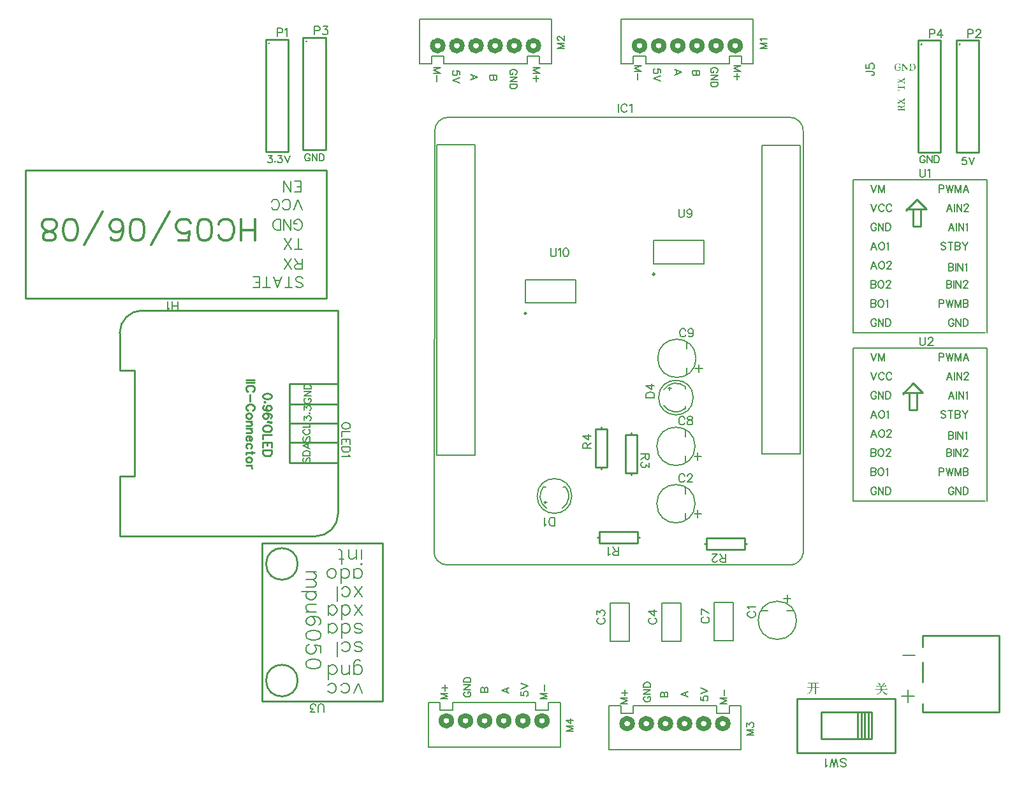
<source format=gto>
G04 Layer: TopSilkscreenLayer*
G04 EasyEDA v6.5.8, 2022-07-15 11:59:49*
G04 d1191fb9e1b14548bd0f93557d019ec9,639d141a17be428fa5966410475b8b1a,10*
G04 Gerber Generator version 0.2*
G04 Scale: 100 percent, Rotated: No, Reflected: No *
G04 Dimensions in millimeters *
G04 leading zeros omitted , absolute positions ,4 integer and 5 decimal *
%FSLAX45Y45*%
%MOMM*%

%ADD10C,0.1500*%
%ADD11C,0.2000*%
%ADD12C,0.1524*%
%ADD13C,0.1801*%
%ADD14C,0.2032*%
%ADD15C,0.3000*%
%ADD16C,0.2500*%
%ADD17C,0.2540*%
%ADD18C,0.1999*%
%ADD19C,0.2007*%
%ADD20C,0.1778*%
%ADD21C,0.1270*%
%ADD22C,0.7000*%
%ADD23C,0.0148*%

%LPD*%
G36*
X7538720Y-8947912D02*
G01*
X7529830Y-8959342D01*
X7405370Y-8959342D01*
X7406640Y-8964422D01*
X7500366Y-8964422D01*
X7500366Y-9019286D01*
X7459725Y-9019286D01*
X7459725Y-8964422D01*
X7444994Y-8964422D01*
X7444994Y-9019286D01*
X7398258Y-9019286D01*
X7399781Y-9024366D01*
X7444740Y-9024366D01*
X7443978Y-9036151D01*
X7442250Y-9047429D01*
X7440930Y-9052864D01*
X7439304Y-9058198D01*
X7437323Y-9063431D01*
X7434935Y-9068511D01*
X7432141Y-9073489D01*
X7428890Y-9078366D01*
X7425131Y-9083090D01*
X7420914Y-9087713D01*
X7416139Y-9092184D01*
X7410805Y-9096552D01*
X7404862Y-9100769D01*
X7398258Y-9104884D01*
X7400036Y-9107170D01*
X7407046Y-9104223D01*
X7413447Y-9101124D01*
X7419340Y-9097822D01*
X7424724Y-9094419D01*
X7429601Y-9090863D01*
X7434021Y-9087104D01*
X7437983Y-9083294D01*
X7441539Y-9079280D01*
X7444689Y-9075216D01*
X7447483Y-9071000D01*
X7449870Y-9066682D01*
X7451953Y-9062313D01*
X7453731Y-9057792D01*
X7455255Y-9053220D01*
X7456474Y-9048546D01*
X7458252Y-9039047D01*
X7459218Y-9029293D01*
X7459472Y-9024366D01*
X7500366Y-9024366D01*
X7500366Y-9106916D01*
X7502906Y-9106916D01*
X7508036Y-9106357D01*
X7511846Y-9105087D01*
X7514285Y-9103614D01*
X7515098Y-9102344D01*
X7515098Y-9024366D01*
X7559294Y-9024366D01*
X7561072Y-9024213D01*
X7562494Y-9023756D01*
X7563510Y-9022842D01*
X7564120Y-9021572D01*
X7559090Y-9016542D01*
X7547864Y-9006586D01*
X7538974Y-9019286D01*
X7515098Y-9019286D01*
X7515098Y-8964422D01*
X7550403Y-8964422D01*
X7552181Y-8964269D01*
X7553553Y-8963761D01*
X7554620Y-8962898D01*
X7555230Y-8961628D01*
G37*
G36*
X8411210Y-8956294D02*
G01*
X8407450Y-8966504D01*
X8402878Y-8977426D01*
X8397849Y-8988298D01*
X8392668Y-8998204D01*
X8312658Y-8998204D01*
X8314181Y-9003538D01*
X8372602Y-9003538D01*
X8372551Y-9032748D01*
X8372043Y-9039606D01*
X8371586Y-9042908D01*
X8301481Y-9042908D01*
X8303006Y-9047988D01*
X8371078Y-9047988D01*
X8370011Y-9052814D01*
X8368639Y-9057589D01*
X8366912Y-9062313D01*
X8364778Y-9066987D01*
X8362289Y-9071559D01*
X8359292Y-9076080D01*
X8355888Y-9080550D01*
X8351926Y-9084919D01*
X8347456Y-9089288D01*
X8342426Y-9093504D01*
X8336788Y-9097670D01*
X8330539Y-9101785D01*
X8323630Y-9105798D01*
X8316061Y-9109710D01*
X8307730Y-9113570D01*
X8298688Y-9117330D01*
X8299958Y-9120124D01*
X8308949Y-9117584D01*
X8317280Y-9114942D01*
X8325053Y-9112097D01*
X8332216Y-9109100D01*
X8338820Y-9106001D01*
X8344865Y-9102801D01*
X8350402Y-9099448D01*
X8355482Y-9095994D01*
X8360054Y-9092438D01*
X8364220Y-9088780D01*
X8367928Y-9085072D01*
X8371230Y-9081262D01*
X8374176Y-9077401D01*
X8376716Y-9073489D01*
X8378952Y-9069527D01*
X8380882Y-9065514D01*
X8382508Y-9061450D01*
X8384946Y-9053322D01*
X8385809Y-9049258D01*
X8387994Y-9055862D01*
X8390432Y-9062161D01*
X8393074Y-9068155D01*
X8395970Y-9073845D01*
X8399119Y-9079280D01*
X8402523Y-9084360D01*
X8406130Y-9089186D01*
X8410041Y-9093708D01*
X8414258Y-9097924D01*
X8418728Y-9101886D01*
X8423452Y-9105595D01*
X8428532Y-9108998D01*
X8433866Y-9112097D01*
X8439556Y-9114942D01*
X8445550Y-9117533D01*
X8451850Y-9119870D01*
X8453780Y-9114586D01*
X8456726Y-9110472D01*
X8460435Y-9107525D01*
X8464804Y-9105646D01*
X8465058Y-9103868D01*
X8458606Y-9102445D01*
X8452358Y-9100718D01*
X8446312Y-9098686D01*
X8440420Y-9096349D01*
X8434781Y-9093758D01*
X8429345Y-9090863D01*
X8424164Y-9087713D01*
X8419236Y-9084310D01*
X8414512Y-9080652D01*
X8410041Y-9076690D01*
X8405876Y-9072524D01*
X8401964Y-9068054D01*
X8398357Y-9063380D01*
X8395055Y-9058503D01*
X8392058Y-9053372D01*
X8389366Y-9047988D01*
X8457692Y-9047988D01*
X8459470Y-9047835D01*
X8460994Y-9047327D01*
X8462111Y-9046464D01*
X8462772Y-9045194D01*
X8444230Y-9030716D01*
X8434324Y-9042908D01*
X8387080Y-9042908D01*
X8387537Y-9036050D01*
X8387588Y-9003538D01*
X8447024Y-9003538D01*
X8448649Y-9003334D01*
X8450072Y-9002826D01*
X8451088Y-9001912D01*
X8451596Y-9000744D01*
X8446008Y-8995816D01*
X8433816Y-8986266D01*
X8424418Y-8998204D01*
X8397494Y-8998204D01*
X8405672Y-8990482D01*
X8413496Y-8982252D01*
X8420557Y-8974023D01*
X8426450Y-8966454D01*
X8428990Y-8966352D01*
X8430869Y-8965641D01*
X8432241Y-8964574D01*
X8433054Y-8963152D01*
G37*
G36*
X8335518Y-8957310D02*
G01*
X8333740Y-8958580D01*
X8340598Y-8965895D01*
X8344001Y-8970060D01*
X8347202Y-8974429D01*
X8350148Y-8978950D01*
X8352688Y-8983472D01*
X8354669Y-8987993D01*
X8356092Y-8992362D01*
X8358886Y-8993886D01*
X8361527Y-8994495D01*
X8363915Y-8994292D01*
X8365947Y-8993327D01*
X8367572Y-8991752D01*
X8368741Y-8989618D01*
X8369300Y-8987028D01*
X8369249Y-8984081D01*
X8368436Y-8980830D01*
X8366810Y-8977376D01*
X8364270Y-8973769D01*
X8360816Y-8970162D01*
X8356244Y-8966657D01*
X8350605Y-8963253D01*
X8343696Y-8960104D01*
G37*
G36*
X8681974Y-919987D02*
G01*
X8680704Y-931671D01*
X8636000Y-958087D01*
X8600186Y-934974D01*
X8598408Y-922528D01*
X8593836Y-922528D01*
X8593836Y-954278D01*
X8598408Y-954278D01*
X8600186Y-942086D01*
X8631174Y-960882D01*
X8599932Y-979169D01*
X8598408Y-966216D01*
X8593836Y-966216D01*
X8593836Y-1005586D01*
X8598408Y-1005586D01*
X8599678Y-993140D01*
X8641842Y-968502D01*
X8680196Y-993140D01*
X8681974Y-1006348D01*
X8686800Y-1006348D01*
X8686800Y-974852D01*
X8682228Y-974852D01*
X8680196Y-986536D01*
X8646414Y-965708D01*
X8680704Y-945642D01*
X8681974Y-958596D01*
X8686800Y-958596D01*
X8686800Y-919987D01*
G37*
G36*
X8618474Y-1011174D02*
G01*
X8593836Y-1011936D01*
X8593836Y-1088390D01*
X8618474Y-1089406D01*
X8618474Y-1082294D01*
X8599678Y-1078738D01*
X8599678Y-1056640D01*
X8680450Y-1056640D01*
X8681974Y-1071118D01*
X8686800Y-1071118D01*
X8686800Y-1029208D01*
X8681974Y-1029208D01*
X8680450Y-1043686D01*
X8627567Y-1043940D01*
X8599678Y-1043686D01*
X8599678Y-1021842D01*
X8618474Y-1017778D01*
G37*
G36*
X8681974Y-1191514D02*
G01*
X8680704Y-1203452D01*
X8636000Y-1229614D01*
X8600186Y-1206754D01*
X8598408Y-1194308D01*
X8593836Y-1194308D01*
X8593836Y-1226058D01*
X8598408Y-1226058D01*
X8600186Y-1213612D01*
X8631174Y-1232662D01*
X8599932Y-1250950D01*
X8598408Y-1237996D01*
X8593836Y-1237996D01*
X8593836Y-1277112D01*
X8598408Y-1277112D01*
X8599678Y-1264920D01*
X8641842Y-1240282D01*
X8680196Y-1264920D01*
X8681974Y-1278128D01*
X8686800Y-1278128D01*
X8686800Y-1246632D01*
X8682228Y-1246632D01*
X8680196Y-1258062D01*
X8646414Y-1237488D01*
X8680704Y-1217422D01*
X8681974Y-1230376D01*
X8686800Y-1230376D01*
X8686800Y-1191514D01*
G37*
G36*
X8681974Y-1282954D02*
G01*
X8680958Y-1293622D01*
X8659114Y-1300226D01*
X8652154Y-1302816D01*
X8647125Y-1306271D01*
X8643670Y-1310843D01*
X8641588Y-1316736D01*
X8640216Y-1311198D01*
X8638286Y-1306372D01*
X8635847Y-1302258D01*
X8632952Y-1298905D01*
X8629700Y-1296263D01*
X8626094Y-1294384D01*
X8622233Y-1293215D01*
X8618220Y-1292860D01*
X8612733Y-1293418D01*
X8607856Y-1295146D01*
X8603691Y-1297889D01*
X8600236Y-1301699D01*
X8597442Y-1306525D01*
X8595461Y-1312265D01*
X8594242Y-1318869D01*
X8593836Y-1326388D01*
X8593836Y-1339342D01*
X8599170Y-1339342D01*
X8599170Y-1327150D01*
X8600440Y-1317701D01*
X8604097Y-1311046D01*
X8609990Y-1307134D01*
X8617966Y-1305814D01*
X8625941Y-1307185D01*
X8632291Y-1311351D01*
X8636508Y-1318361D01*
X8638032Y-1328166D01*
X8638032Y-1339342D01*
X8593836Y-1339342D01*
X8593836Y-1365504D01*
X8598408Y-1365504D01*
X8599932Y-1352296D01*
X8653119Y-1352042D01*
X8680704Y-1352296D01*
X8681974Y-1365504D01*
X8686800Y-1365504D01*
X8686800Y-1326388D01*
X8681974Y-1326388D01*
X8680450Y-1339342D01*
X8643366Y-1339342D01*
X8643366Y-1331976D01*
X8643924Y-1324610D01*
X8646058Y-1319326D01*
X8650325Y-1315669D01*
X8657336Y-1313180D01*
X8679180Y-1307592D01*
X8683396Y-1305814D01*
X8686241Y-1303070D01*
X8687816Y-1299006D01*
X8688324Y-1293368D01*
X8687866Y-1287475D01*
X8686800Y-1282954D01*
G37*
G36*
X8601202Y-730250D02*
G01*
X8594394Y-730656D01*
X8587994Y-731926D01*
X8582050Y-733907D01*
X8576513Y-736600D01*
X8571534Y-740003D01*
X8567115Y-744016D01*
X8563254Y-748639D01*
X8560003Y-753770D01*
X8557412Y-759409D01*
X8555532Y-765454D01*
X8554364Y-771956D01*
X8553958Y-778764D01*
X8554364Y-785723D01*
X8555482Y-792276D01*
X8557361Y-798372D01*
X8559901Y-804062D01*
X8563102Y-809193D01*
X8566962Y-813816D01*
X8571331Y-817829D01*
X8576259Y-821232D01*
X8581694Y-823925D01*
X8587638Y-825906D01*
X8593937Y-827125D01*
X8600694Y-827532D01*
X8608923Y-826973D01*
X8616594Y-825347D01*
X8623960Y-822807D01*
X8631174Y-819403D01*
X8631428Y-786892D01*
X8639810Y-785876D01*
X8639810Y-781304D01*
X8603742Y-781304D01*
X8603742Y-785876D01*
X8618474Y-787146D01*
X8618474Y-818641D01*
X8614714Y-819912D01*
X8610904Y-820826D01*
X8607044Y-821283D01*
X8602980Y-821436D01*
X8597798Y-821131D01*
X8592972Y-820166D01*
X8588552Y-818540D01*
X8584488Y-816356D01*
X8580831Y-813562D01*
X8577580Y-810209D01*
X8574786Y-806246D01*
X8572449Y-801776D01*
X8570620Y-796798D01*
X8569299Y-791260D01*
X8568436Y-785266D01*
X8568182Y-778764D01*
X8568486Y-772261D01*
X8569350Y-766267D01*
X8570772Y-760780D01*
X8572703Y-755802D01*
X8575090Y-751332D01*
X8577935Y-747471D01*
X8581186Y-744118D01*
X8584844Y-741375D01*
X8588857Y-739190D01*
X8593175Y-737616D01*
X8597849Y-736650D01*
X8602726Y-736346D01*
X8606840Y-736600D01*
X8610803Y-737311D01*
X8614664Y-738581D01*
X8618474Y-740410D01*
X8621776Y-757682D01*
X8629142Y-757682D01*
X8629142Y-737108D01*
X8623198Y-734110D01*
X8616696Y-731977D01*
X8609431Y-730656D01*
G37*
G36*
X8647938Y-732536D02*
G01*
X8647938Y-737108D01*
X8657844Y-738378D01*
X8659114Y-740410D01*
X8658860Y-818896D01*
X8647176Y-820674D01*
X8647176Y-825500D01*
X8680196Y-825500D01*
X8680196Y-820674D01*
X8665210Y-818896D01*
X8664956Y-748538D01*
X8721852Y-826262D01*
X8726678Y-826262D01*
X8726932Y-738886D01*
X8738616Y-737108D01*
X8738616Y-732536D01*
X8705596Y-732536D01*
X8705596Y-737108D01*
X8720582Y-738886D01*
X8720836Y-803656D01*
X8669274Y-732536D01*
G37*
G36*
X8749030Y-732536D02*
G01*
X8749030Y-737108D01*
X8755634Y-737870D01*
X8787384Y-737870D01*
X8792464Y-738174D01*
X8797137Y-739038D01*
X8801455Y-740511D01*
X8805316Y-742543D01*
X8808770Y-745185D01*
X8811818Y-748334D01*
X8814409Y-752094D01*
X8816543Y-756361D01*
X8818219Y-761238D01*
X8819438Y-766622D01*
X8820150Y-772566D01*
X8820404Y-779018D01*
X8820150Y-785215D01*
X8819438Y-790956D01*
X8818168Y-796239D01*
X8816492Y-801014D01*
X8814308Y-805332D01*
X8811615Y-809091D01*
X8808516Y-812342D01*
X8804960Y-815035D01*
X8800896Y-817118D01*
X8796426Y-818641D01*
X8791498Y-819607D01*
X8786114Y-819912D01*
X8775192Y-819912D01*
X8775192Y-737870D01*
X8755634Y-737870D01*
X8762238Y-738632D01*
X8762492Y-795680D01*
X8762238Y-819403D01*
X8749030Y-820674D01*
X8749030Y-825500D01*
X8787130Y-825500D01*
X8793886Y-825144D01*
X8800287Y-824128D01*
X8806281Y-822401D01*
X8811818Y-820064D01*
X8816848Y-817067D01*
X8821369Y-813409D01*
X8825331Y-809142D01*
X8828633Y-804265D01*
X8831326Y-798830D01*
X8833256Y-792784D01*
X8834475Y-786180D01*
X8834882Y-779018D01*
X8834526Y-771804D01*
X8833408Y-765149D01*
X8831580Y-759104D01*
X8829141Y-753668D01*
X8826042Y-748792D01*
X8822385Y-744524D01*
X8818118Y-740918D01*
X8813342Y-737920D01*
X8808110Y-735584D01*
X8802370Y-733907D01*
X8796223Y-732891D01*
X8789670Y-732536D01*
G37*
D10*
X9503409Y-1981962D02*
G01*
X9457943Y-1981962D01*
X9453372Y-2022855D01*
X9457943Y-2018284D01*
X9471406Y-2013712D01*
X9485122Y-2013712D01*
X9498838Y-2018284D01*
X9507981Y-2027428D01*
X9512554Y-2040889D01*
X9512554Y-2050034D01*
X9507981Y-2063750D01*
X9498838Y-2072894D01*
X9485122Y-2077465D01*
X9471406Y-2077465D01*
X9457943Y-2072894D01*
X9453372Y-2068321D01*
X9448800Y-2059178D01*
X9542525Y-1981962D02*
G01*
X9578847Y-2077465D01*
X9615170Y-1981962D02*
G01*
X9578847Y-2077465D01*
X8958072Y-1979168D02*
G01*
X8953754Y-1970023D01*
X8944609Y-1961134D01*
X8935465Y-1956562D01*
X8917177Y-1956562D01*
X8908288Y-1961134D01*
X8899143Y-1970023D01*
X8894572Y-1979168D01*
X8890000Y-1992884D01*
X8890000Y-2015489D01*
X8894572Y-2029205D01*
X8899143Y-2038350D01*
X8908288Y-2047494D01*
X8917177Y-2052065D01*
X8935465Y-2052065D01*
X8944609Y-2047494D01*
X8953754Y-2038350D01*
X8958072Y-2029205D01*
X8958072Y-2015489D01*
X8935465Y-2015489D02*
G01*
X8958072Y-2015489D01*
X8988297Y-1956562D02*
G01*
X8988297Y-2052065D01*
X8988297Y-1956562D02*
G01*
X9051797Y-2052065D01*
X9051797Y-1956562D02*
G01*
X9051797Y-2052065D01*
X9081770Y-1956562D02*
G01*
X9081770Y-2052065D01*
X9081770Y-1956562D02*
G01*
X9113520Y-1956562D01*
X9127236Y-1961134D01*
X9136379Y-1970023D01*
X9140952Y-1979168D01*
X9145524Y-1992884D01*
X9145524Y-2015489D01*
X9140952Y-2029205D01*
X9136379Y-2038350D01*
X9127236Y-2047494D01*
X9113520Y-2052065D01*
X9081770Y-2052065D01*
X791971Y-1953768D02*
G01*
X787654Y-1944623D01*
X778510Y-1935734D01*
X769365Y-1931162D01*
X751078Y-1931162D01*
X742187Y-1935734D01*
X733044Y-1944623D01*
X728471Y-1953768D01*
X723900Y-1967484D01*
X723900Y-1990089D01*
X728471Y-2003805D01*
X733044Y-2012950D01*
X742187Y-2022094D01*
X751078Y-2026665D01*
X769365Y-2026665D01*
X778510Y-2022094D01*
X787654Y-2012950D01*
X791971Y-2003805D01*
X791971Y-1990089D01*
X769365Y-1990089D02*
G01*
X791971Y-1990089D01*
X822197Y-1931162D02*
G01*
X822197Y-2026665D01*
X822197Y-1931162D02*
G01*
X885697Y-2026665D01*
X885697Y-1931162D02*
G01*
X885697Y-2026665D01*
X915670Y-1931162D02*
G01*
X915670Y-2026665D01*
X915670Y-1931162D02*
G01*
X947420Y-1931162D01*
X961136Y-1935734D01*
X970279Y-1944623D01*
X974852Y-1953768D01*
X979423Y-1967484D01*
X979423Y-1990089D01*
X974852Y-2003805D01*
X970279Y-2012950D01*
X961136Y-2022094D01*
X947420Y-2026665D01*
X915670Y-2026665D01*
X237744Y-1956562D02*
G01*
X287781Y-1956562D01*
X260350Y-1992884D01*
X274065Y-1992884D01*
X283210Y-1997455D01*
X287781Y-2002028D01*
X292354Y-2015489D01*
X292354Y-2024634D01*
X287781Y-2038350D01*
X278637Y-2047494D01*
X264921Y-2052065D01*
X251205Y-2052065D01*
X237744Y-2047494D01*
X233171Y-2042921D01*
X228600Y-2033778D01*
X326897Y-2029205D02*
G01*
X322326Y-2033778D01*
X326897Y-2038350D01*
X331215Y-2033778D01*
X326897Y-2029205D01*
X370331Y-1956562D02*
G01*
X420370Y-1956562D01*
X393192Y-1992884D01*
X406907Y-1992884D01*
X415797Y-1997455D01*
X420370Y-2002028D01*
X424942Y-2015489D01*
X424942Y-2024634D01*
X420370Y-2038350D01*
X411226Y-2047494D01*
X397763Y-2052065D01*
X384047Y-2052065D01*
X370331Y-2047494D01*
X365760Y-2042921D01*
X361442Y-2033778D01*
X454913Y-1956562D02*
G01*
X491236Y-2052065D01*
X527812Y-1956562D02*
G01*
X491236Y-2052065D01*
X712723Y-5968745D02*
G01*
X703834Y-5977889D01*
X699262Y-5991605D01*
X699262Y-6009894D01*
X703834Y-6023355D01*
X712723Y-6032500D01*
X721868Y-6032500D01*
X731012Y-6027928D01*
X735584Y-6023355D01*
X740155Y-6014212D01*
X749300Y-5987034D01*
X753618Y-5977889D01*
X758189Y-5973318D01*
X767334Y-5968745D01*
X781050Y-5968745D01*
X790194Y-5977889D01*
X794765Y-5991605D01*
X794765Y-6009894D01*
X790194Y-6023355D01*
X781050Y-6032500D01*
X699262Y-5938773D02*
G01*
X794765Y-5938773D01*
X699262Y-5938773D02*
G01*
X699262Y-5907023D01*
X703834Y-5893307D01*
X712723Y-5884418D01*
X721868Y-5879845D01*
X735584Y-5875273D01*
X758189Y-5875273D01*
X771905Y-5879845D01*
X781050Y-5884418D01*
X790194Y-5893307D01*
X794765Y-5907023D01*
X794765Y-5938773D01*
X699262Y-5808979D02*
G01*
X794765Y-5845302D01*
X699262Y-5808979D02*
G01*
X794765Y-5772404D01*
X762762Y-5831586D02*
G01*
X762762Y-5786120D01*
X712723Y-5689345D02*
G01*
X703834Y-5698489D01*
X699262Y-5712205D01*
X699262Y-5730494D01*
X703834Y-5743955D01*
X712723Y-5753100D01*
X721868Y-5753100D01*
X731012Y-5748528D01*
X735584Y-5743955D01*
X740155Y-5734812D01*
X749300Y-5707634D01*
X753618Y-5698489D01*
X758189Y-5693918D01*
X767334Y-5689345D01*
X781050Y-5689345D01*
X790194Y-5698489D01*
X794765Y-5712205D01*
X794765Y-5730494D01*
X790194Y-5743955D01*
X781050Y-5753100D01*
X721868Y-5591302D02*
G01*
X712723Y-5595873D01*
X703834Y-5605018D01*
X699262Y-5613907D01*
X699262Y-5632195D01*
X703834Y-5641339D01*
X712723Y-5650484D01*
X721868Y-5654802D01*
X735584Y-5659373D01*
X758189Y-5659373D01*
X771905Y-5654802D01*
X781050Y-5650484D01*
X790194Y-5641339D01*
X794765Y-5632195D01*
X794765Y-5613907D01*
X790194Y-5605018D01*
X781050Y-5595873D01*
X771905Y-5591302D01*
X699262Y-5561329D02*
G01*
X794765Y-5561329D01*
X794765Y-5561329D02*
G01*
X794765Y-5506720D01*
X711962Y-5464555D02*
G01*
X711962Y-5414518D01*
X748284Y-5441950D01*
X748284Y-5428234D01*
X752855Y-5419089D01*
X757428Y-5414518D01*
X770889Y-5409945D01*
X780034Y-5409945D01*
X793750Y-5414518D01*
X802894Y-5423662D01*
X807465Y-5437378D01*
X807465Y-5451094D01*
X802894Y-5464555D01*
X798321Y-5469128D01*
X789178Y-5473700D01*
X784605Y-5375402D02*
G01*
X789178Y-5379973D01*
X793750Y-5375402D01*
X789178Y-5371084D01*
X784605Y-5375402D01*
X711962Y-5331968D02*
G01*
X711962Y-5281929D01*
X748284Y-5309107D01*
X748284Y-5295392D01*
X752855Y-5286502D01*
X757428Y-5281929D01*
X770889Y-5277357D01*
X780034Y-5277357D01*
X793750Y-5281929D01*
X802894Y-5291073D01*
X807465Y-5304536D01*
X807465Y-5318252D01*
X802894Y-5331968D01*
X798321Y-5336539D01*
X789178Y-5340857D01*
X734568Y-5177028D02*
G01*
X725423Y-5181345D01*
X716534Y-5190489D01*
X711962Y-5199634D01*
X711962Y-5217921D01*
X716534Y-5226812D01*
X725423Y-5235955D01*
X734568Y-5240528D01*
X748284Y-5245100D01*
X770889Y-5245100D01*
X784605Y-5240528D01*
X793750Y-5235955D01*
X802894Y-5226812D01*
X807465Y-5217921D01*
X807465Y-5199634D01*
X802894Y-5190489D01*
X793750Y-5181345D01*
X784605Y-5177028D01*
X770889Y-5177028D01*
X770889Y-5199634D02*
G01*
X770889Y-5177028D01*
X711962Y-5146802D02*
G01*
X807465Y-5146802D01*
X711962Y-5146802D02*
G01*
X807465Y-5083302D01*
X711962Y-5083302D02*
G01*
X807465Y-5083302D01*
X711962Y-5053329D02*
G01*
X807465Y-5053329D01*
X711962Y-5053329D02*
G01*
X711962Y-5021579D01*
X716534Y-5007863D01*
X725423Y-4998720D01*
X734568Y-4994147D01*
X748284Y-4989576D01*
X770889Y-4989576D01*
X784605Y-4994147D01*
X793750Y-4998720D01*
X802894Y-5007863D01*
X807465Y-5021579D01*
X807465Y-5053329D01*
X5243068Y-9139428D02*
G01*
X5233924Y-9143745D01*
X5225034Y-9152889D01*
X5220461Y-9162034D01*
X5220461Y-9180321D01*
X5225034Y-9189212D01*
X5233924Y-9198355D01*
X5243068Y-9202928D01*
X5256784Y-9207500D01*
X5279390Y-9207500D01*
X5293106Y-9202928D01*
X5302250Y-9198355D01*
X5311393Y-9189212D01*
X5315965Y-9180321D01*
X5315965Y-9162034D01*
X5311393Y-9152889D01*
X5302250Y-9143745D01*
X5293106Y-9139428D01*
X5279390Y-9139428D01*
X5279390Y-9162034D02*
G01*
X5279390Y-9139428D01*
X5220461Y-9109202D02*
G01*
X5315965Y-9109202D01*
X5220461Y-9109202D02*
G01*
X5315965Y-9045702D01*
X5220461Y-9045702D02*
G01*
X5315965Y-9045702D01*
X5220461Y-9015729D02*
G01*
X5315965Y-9015729D01*
X5220461Y-9015729D02*
G01*
X5220461Y-8983979D01*
X5225034Y-8970263D01*
X5233924Y-8961120D01*
X5243068Y-8956547D01*
X5256784Y-8951976D01*
X5279390Y-8951976D01*
X5293106Y-8956547D01*
X5302250Y-8961120D01*
X5311393Y-8970263D01*
X5315965Y-8983979D01*
X5315965Y-9015729D01*
X6236461Y-9232900D02*
G01*
X6331965Y-9232900D01*
X6236461Y-9232900D02*
G01*
X6331965Y-9196578D01*
X6236461Y-9160255D02*
G01*
X6331965Y-9196578D01*
X6236461Y-9160255D02*
G01*
X6331965Y-9160255D01*
X6290818Y-9130284D02*
G01*
X6290818Y-9048242D01*
X4915661Y-9232900D02*
G01*
X5011165Y-9232900D01*
X4915661Y-9232900D02*
G01*
X5011165Y-9196578D01*
X4915661Y-9160255D02*
G01*
X5011165Y-9196578D01*
X4915661Y-9160255D02*
G01*
X5011165Y-9160255D01*
X4929124Y-9089389D02*
G01*
X5011165Y-9089389D01*
X4970018Y-9130284D02*
G01*
X4970018Y-9048242D01*
X5982461Y-9140189D02*
G01*
X5982461Y-9185655D01*
X6023356Y-9190228D01*
X6018784Y-9185655D01*
X6014211Y-9172194D01*
X6014211Y-9158478D01*
X6018784Y-9144762D01*
X6027927Y-9135618D01*
X6041390Y-9131045D01*
X6050534Y-9131045D01*
X6064250Y-9135618D01*
X6073393Y-9144762D01*
X6077965Y-9158478D01*
X6077965Y-9172194D01*
X6073393Y-9185655D01*
X6068822Y-9190228D01*
X6059677Y-9194800D01*
X5982461Y-9101074D02*
G01*
X6077965Y-9064752D01*
X5982461Y-9028429D02*
G01*
X6077965Y-9064752D01*
X5715761Y-9107678D02*
G01*
X5811265Y-9144000D01*
X5715761Y-9107678D02*
G01*
X5811265Y-9071355D01*
X5779261Y-9130284D02*
G01*
X5779261Y-9084818D01*
X5449061Y-9144000D02*
G01*
X5544565Y-9144000D01*
X5449061Y-9144000D02*
G01*
X5449061Y-9103105D01*
X5453634Y-9089389D01*
X5458206Y-9084818D01*
X5467095Y-9080245D01*
X5476240Y-9080245D01*
X5485384Y-9084818D01*
X5489956Y-9089389D01*
X5494527Y-9103105D01*
X5494527Y-9144000D02*
G01*
X5494527Y-9103105D01*
X5499100Y-9089389D01*
X5503418Y-9084818D01*
X5512561Y-9080245D01*
X5526277Y-9080245D01*
X5535422Y-9084818D01*
X5539993Y-9089389D01*
X5544565Y-9103105D01*
X5544565Y-9144000D01*
X2528061Y-9169400D02*
G01*
X2623565Y-9169400D01*
X2528061Y-9169400D02*
G01*
X2623565Y-9133078D01*
X2528061Y-9096755D02*
G01*
X2623565Y-9133078D01*
X2528061Y-9096755D02*
G01*
X2623565Y-9096755D01*
X2541524Y-9025889D02*
G01*
X2623565Y-9025889D01*
X2582418Y-9066784D02*
G01*
X2582418Y-8984742D01*
X2855468Y-9075928D02*
G01*
X2846324Y-9080245D01*
X2837434Y-9089389D01*
X2832861Y-9098534D01*
X2832861Y-9116821D01*
X2837434Y-9125712D01*
X2846324Y-9134855D01*
X2855468Y-9139428D01*
X2869184Y-9144000D01*
X2891790Y-9144000D01*
X2905506Y-9139428D01*
X2914650Y-9134855D01*
X2923793Y-9125712D01*
X2928365Y-9116821D01*
X2928365Y-9098534D01*
X2923793Y-9089389D01*
X2914650Y-9080245D01*
X2905506Y-9075928D01*
X2891790Y-9075928D01*
X2891790Y-9098534D02*
G01*
X2891790Y-9075928D01*
X2832861Y-9045702D02*
G01*
X2928365Y-9045702D01*
X2832861Y-9045702D02*
G01*
X2928365Y-8982202D01*
X2832861Y-8982202D02*
G01*
X2928365Y-8982202D01*
X2832861Y-8952229D02*
G01*
X2928365Y-8952229D01*
X2832861Y-8952229D02*
G01*
X2832861Y-8920479D01*
X2837434Y-8906763D01*
X2846324Y-8897620D01*
X2855468Y-8893047D01*
X2869184Y-8888476D01*
X2891790Y-8888476D01*
X2905506Y-8893047D01*
X2914650Y-8897620D01*
X2923793Y-8906763D01*
X2928365Y-8920479D01*
X2928365Y-8952229D01*
X3594861Y-9076689D02*
G01*
X3594861Y-9122155D01*
X3635756Y-9126728D01*
X3631184Y-9122155D01*
X3626611Y-9108694D01*
X3626611Y-9094978D01*
X3631184Y-9081262D01*
X3640327Y-9072118D01*
X3653790Y-9067545D01*
X3662934Y-9067545D01*
X3676650Y-9072118D01*
X3685793Y-9081262D01*
X3690365Y-9094978D01*
X3690365Y-9108694D01*
X3685793Y-9122155D01*
X3681222Y-9126728D01*
X3672077Y-9131300D01*
X3594861Y-9037574D02*
G01*
X3690365Y-9001252D01*
X3594861Y-8964929D02*
G01*
X3690365Y-9001252D01*
X3848861Y-9169400D02*
G01*
X3944365Y-9169400D01*
X3848861Y-9169400D02*
G01*
X3944365Y-9133078D01*
X3848861Y-9096755D02*
G01*
X3944365Y-9133078D01*
X3848861Y-9096755D02*
G01*
X3944365Y-9096755D01*
X3903218Y-9066784D02*
G01*
X3903218Y-8984742D01*
X6514338Y-762000D02*
G01*
X6418834Y-762000D01*
X6514338Y-762000D02*
G01*
X6418834Y-798321D01*
X6514338Y-834644D02*
G01*
X6418834Y-798321D01*
X6514338Y-834644D02*
G01*
X6418834Y-834644D01*
X6500875Y-905510D02*
G01*
X6418834Y-905510D01*
X6459981Y-864615D02*
G01*
X6459981Y-946657D01*
X6186931Y-855471D02*
G01*
X6196075Y-851154D01*
X6204965Y-842010D01*
X6209538Y-832865D01*
X6209538Y-814578D01*
X6204965Y-805687D01*
X6196075Y-796544D01*
X6186931Y-791971D01*
X6173215Y-787400D01*
X6150609Y-787400D01*
X6136893Y-791971D01*
X6127750Y-796544D01*
X6118606Y-805687D01*
X6114034Y-814578D01*
X6114034Y-832865D01*
X6118606Y-842010D01*
X6127750Y-851154D01*
X6136893Y-855471D01*
X6150609Y-855471D01*
X6150609Y-832865D02*
G01*
X6150609Y-855471D01*
X6209538Y-885697D02*
G01*
X6114034Y-885697D01*
X6209538Y-885697D02*
G01*
X6114034Y-949197D01*
X6209538Y-949197D02*
G01*
X6114034Y-949197D01*
X6209538Y-979170D02*
G01*
X6114034Y-979170D01*
X6209538Y-979170D02*
G01*
X6209538Y-1010920D01*
X6204965Y-1024636D01*
X6196075Y-1033779D01*
X6186931Y-1038352D01*
X6173215Y-1042923D01*
X6150609Y-1042923D01*
X6136893Y-1038352D01*
X6127750Y-1033779D01*
X6118606Y-1024636D01*
X6114034Y-1010920D01*
X6114034Y-979170D01*
X5968238Y-825500D02*
G01*
X5872734Y-825500D01*
X5968238Y-825500D02*
G01*
X5968238Y-866394D01*
X5963665Y-880110D01*
X5959093Y-884681D01*
X5950204Y-889254D01*
X5941059Y-889254D01*
X5931915Y-884681D01*
X5927343Y-880110D01*
X5922772Y-866394D01*
X5922772Y-825500D02*
G01*
X5922772Y-866394D01*
X5918200Y-880110D01*
X5913881Y-884681D01*
X5904738Y-889254D01*
X5891022Y-889254D01*
X5881877Y-884681D01*
X5877306Y-880110D01*
X5872734Y-866394D01*
X5872734Y-825500D01*
X5726938Y-849121D02*
G01*
X5631434Y-812800D01*
X5726938Y-849121D02*
G01*
X5631434Y-885444D01*
X5663438Y-826515D02*
G01*
X5663438Y-871981D01*
X5447538Y-854710D02*
G01*
X5447538Y-809244D01*
X5406643Y-804671D01*
X5411215Y-809244D01*
X5415788Y-822705D01*
X5415788Y-836421D01*
X5411215Y-850137D01*
X5402072Y-859281D01*
X5388609Y-863854D01*
X5379465Y-863854D01*
X5365750Y-859281D01*
X5356606Y-850137D01*
X5352034Y-836421D01*
X5352034Y-822705D01*
X5356606Y-809244D01*
X5361177Y-804671D01*
X5370322Y-800100D01*
X5447538Y-893826D02*
G01*
X5352034Y-930147D01*
X5447538Y-966470D02*
G01*
X5352034Y-930147D01*
X5193538Y-762000D02*
G01*
X5098034Y-762000D01*
X5193538Y-762000D02*
G01*
X5098034Y-798321D01*
X5193538Y-834644D02*
G01*
X5098034Y-798321D01*
X5193538Y-834644D02*
G01*
X5098034Y-834644D01*
X5139181Y-864615D02*
G01*
X5139181Y-946657D01*
X3847338Y-787400D02*
G01*
X3751834Y-787400D01*
X3847338Y-787400D02*
G01*
X3751834Y-823721D01*
X3847338Y-860044D02*
G01*
X3751834Y-823721D01*
X3847338Y-860044D02*
G01*
X3751834Y-860044D01*
X3833875Y-930910D02*
G01*
X3751834Y-930910D01*
X3792981Y-890015D02*
G01*
X3792981Y-972057D01*
X3519931Y-880871D02*
G01*
X3529075Y-876554D01*
X3537965Y-867410D01*
X3542538Y-858265D01*
X3542538Y-839978D01*
X3537965Y-831087D01*
X3529075Y-821944D01*
X3519931Y-817371D01*
X3506215Y-812800D01*
X3483609Y-812800D01*
X3469893Y-817371D01*
X3460750Y-821944D01*
X3451606Y-831087D01*
X3447034Y-839978D01*
X3447034Y-858265D01*
X3451606Y-867410D01*
X3460750Y-876554D01*
X3469893Y-880871D01*
X3483609Y-880871D01*
X3483609Y-858265D02*
G01*
X3483609Y-880871D01*
X3542538Y-911097D02*
G01*
X3447034Y-911097D01*
X3542538Y-911097D02*
G01*
X3447034Y-974597D01*
X3542538Y-974597D02*
G01*
X3447034Y-974597D01*
X3542538Y-1004570D02*
G01*
X3447034Y-1004570D01*
X3542538Y-1004570D02*
G01*
X3542538Y-1036320D01*
X3537965Y-1050036D01*
X3529075Y-1059179D01*
X3519931Y-1063752D01*
X3506215Y-1068323D01*
X3483609Y-1068323D01*
X3469893Y-1063752D01*
X3460750Y-1059179D01*
X3451606Y-1050036D01*
X3447034Y-1036320D01*
X3447034Y-1004570D01*
X3275838Y-889000D02*
G01*
X3180334Y-889000D01*
X3275838Y-889000D02*
G01*
X3275838Y-929894D01*
X3271265Y-943610D01*
X3266693Y-948181D01*
X3257804Y-952754D01*
X3248659Y-952754D01*
X3239515Y-948181D01*
X3234943Y-943610D01*
X3230372Y-929894D01*
X3230372Y-889000D02*
G01*
X3230372Y-929894D01*
X3225800Y-943610D01*
X3221481Y-948181D01*
X3212338Y-952754D01*
X3198622Y-952754D01*
X3189477Y-948181D01*
X3184906Y-943610D01*
X3180334Y-929894D01*
X3180334Y-889000D01*
X3021838Y-912621D02*
G01*
X2926334Y-876300D01*
X3021838Y-912621D02*
G01*
X2926334Y-948944D01*
X2958338Y-890015D02*
G01*
X2958338Y-935481D01*
X2780538Y-880110D02*
G01*
X2780538Y-834644D01*
X2739643Y-830071D01*
X2744215Y-834644D01*
X2748788Y-848105D01*
X2748788Y-861821D01*
X2744215Y-875537D01*
X2735072Y-884681D01*
X2721609Y-889254D01*
X2712465Y-889254D01*
X2698750Y-884681D01*
X2689606Y-875537D01*
X2685034Y-861821D01*
X2685034Y-848105D01*
X2689606Y-834644D01*
X2694177Y-830071D01*
X2703322Y-825500D01*
X2780538Y-919226D02*
G01*
X2685034Y-955547D01*
X2780538Y-991870D02*
G01*
X2685034Y-955547D01*
X2526538Y-787400D02*
G01*
X2431034Y-787400D01*
X2526538Y-787400D02*
G01*
X2431034Y-823721D01*
X2526538Y-860044D02*
G01*
X2431034Y-823721D01*
X2526538Y-860044D02*
G01*
X2431034Y-860044D01*
X2472181Y-890015D02*
G01*
X2472181Y-972057D01*
X6769861Y-533400D02*
G01*
X6865365Y-533400D01*
X6769861Y-533400D02*
G01*
X6865365Y-497078D01*
X6769861Y-460755D02*
G01*
X6865365Y-497078D01*
X6769861Y-460755D02*
G01*
X6865365Y-460755D01*
X6787895Y-430784D02*
G01*
X6783324Y-421639D01*
X6769861Y-407923D01*
X6865365Y-407923D01*
X4077461Y-533400D02*
G01*
X4172965Y-533400D01*
X4077461Y-533400D02*
G01*
X4172965Y-497078D01*
X4077461Y-460755D02*
G01*
X4172965Y-497078D01*
X4077461Y-460755D02*
G01*
X4172965Y-460755D01*
X4100068Y-426212D02*
G01*
X4095495Y-426212D01*
X4086606Y-421639D01*
X4082034Y-417068D01*
X4077461Y-407923D01*
X4077461Y-389889D01*
X4082034Y-380745D01*
X4086606Y-376173D01*
X4095495Y-371602D01*
X4104640Y-371602D01*
X4113784Y-376173D01*
X4127500Y-385318D01*
X4172965Y-430784D01*
X4172965Y-367029D01*
X6592061Y-9652000D02*
G01*
X6687565Y-9652000D01*
X6592061Y-9652000D02*
G01*
X6687565Y-9615678D01*
X6592061Y-9579355D02*
G01*
X6687565Y-9615678D01*
X6592061Y-9579355D02*
G01*
X6687565Y-9579355D01*
X6592061Y-9540239D02*
G01*
X6592061Y-9490202D01*
X6628384Y-9517379D01*
X6628384Y-9503918D01*
X6632956Y-9494774D01*
X6637527Y-9490202D01*
X6650990Y-9485629D01*
X6660134Y-9485629D01*
X6673850Y-9490202D01*
X6682993Y-9499345D01*
X6687565Y-9512808D01*
X6687565Y-9526524D01*
X6682993Y-9540239D01*
X6678422Y-9544812D01*
X6669277Y-9549384D01*
X4191761Y-9601200D02*
G01*
X4287265Y-9601200D01*
X4191761Y-9601200D02*
G01*
X4287265Y-9564878D01*
X4191761Y-9528555D02*
G01*
X4287265Y-9564878D01*
X4191761Y-9528555D02*
G01*
X4287265Y-9528555D01*
X4191761Y-9453118D02*
G01*
X4255261Y-9498584D01*
X4255261Y-9430258D01*
X4191761Y-9453118D02*
G01*
X4287265Y-9453118D01*
X3340861Y-9056878D02*
G01*
X3436365Y-9093200D01*
X3340861Y-9056878D02*
G01*
X3436365Y-9020555D01*
X3404361Y-9079484D02*
G01*
X3404361Y-9034018D01*
X3061461Y-9080500D02*
G01*
X3156965Y-9080500D01*
X3061461Y-9080500D02*
G01*
X3061461Y-9039605D01*
X3066034Y-9025889D01*
X3070606Y-9021318D01*
X3079495Y-9016745D01*
X3088640Y-9016745D01*
X3097784Y-9021318D01*
X3102356Y-9025889D01*
X3106927Y-9039605D01*
X3106927Y-9080500D02*
G01*
X3106927Y-9039605D01*
X3111500Y-9025889D01*
X3115818Y-9021318D01*
X3124961Y-9016745D01*
X3138677Y-9016745D01*
X3147822Y-9021318D01*
X3152393Y-9025889D01*
X3156965Y-9039605D01*
X3156965Y-9080500D01*
D11*
X8732011Y-9216897D02*
G01*
X8732011Y-9053321D01*
X8813800Y-9135110D02*
G01*
X8650224Y-9135110D01*
X8826500Y-8589010D02*
G01*
X8662924Y-8589010D01*
D12*
X6628891Y-8011921D02*
G01*
X6618477Y-8017255D01*
X6608063Y-8027670D01*
X6602984Y-8037829D01*
X6602984Y-8058658D01*
X6608063Y-8069071D01*
X6618477Y-8079486D01*
X6628891Y-8084820D01*
X6644640Y-8089900D01*
X6670547Y-8089900D01*
X6686041Y-8084820D01*
X6696456Y-8079486D01*
X6706870Y-8069071D01*
X6711950Y-8058658D01*
X6711950Y-8037829D01*
X6706870Y-8027670D01*
X6696456Y-8017255D01*
X6686041Y-8011921D01*
X6623811Y-7977631D02*
G01*
X6618477Y-7967218D01*
X6602984Y-7951723D01*
X6711950Y-7951723D01*
D13*
X7079234Y-7836915D02*
G01*
X7179056Y-7836915D01*
X7129018Y-7886700D02*
G01*
X7129018Y-7786878D01*
D12*
X5767577Y-6209792D02*
G01*
X5762243Y-6199378D01*
X5751829Y-6188963D01*
X5741670Y-6183884D01*
X5720841Y-6183884D01*
X5710427Y-6188963D01*
X5700013Y-6199378D01*
X5694679Y-6209792D01*
X5689600Y-6225539D01*
X5689600Y-6251447D01*
X5694679Y-6266942D01*
X5700013Y-6277355D01*
X5710427Y-6287770D01*
X5720841Y-6292850D01*
X5741670Y-6292850D01*
X5751829Y-6287770D01*
X5762243Y-6277355D01*
X5767577Y-6266942D01*
X5806947Y-6209792D02*
G01*
X5806947Y-6204712D01*
X5812281Y-6194297D01*
X5817361Y-6188963D01*
X5827775Y-6183884D01*
X5848604Y-6183884D01*
X5859018Y-6188963D01*
X5864097Y-6194297D01*
X5869431Y-6204712D01*
X5869431Y-6215126D01*
X5864097Y-6225539D01*
X5853684Y-6241034D01*
X5801868Y-6292850D01*
X5874511Y-6292850D01*
D13*
X5942584Y-6660134D02*
G01*
X5942584Y-6759955D01*
X5892800Y-6709918D02*
G01*
X5992622Y-6709918D01*
D12*
X5767577Y-5447792D02*
G01*
X5762243Y-5437378D01*
X5751829Y-5426963D01*
X5741670Y-5421884D01*
X5720841Y-5421884D01*
X5710427Y-5426963D01*
X5700013Y-5437378D01*
X5694679Y-5447792D01*
X5689600Y-5463539D01*
X5689600Y-5489447D01*
X5694679Y-5504942D01*
X5700013Y-5515355D01*
X5710427Y-5525770D01*
X5720841Y-5530850D01*
X5741670Y-5530850D01*
X5751829Y-5525770D01*
X5762243Y-5515355D01*
X5767577Y-5504942D01*
X5827775Y-5421884D02*
G01*
X5812281Y-5426963D01*
X5806947Y-5437378D01*
X5806947Y-5447792D01*
X5812281Y-5458205D01*
X5822695Y-5463539D01*
X5843270Y-5468620D01*
X5859018Y-5473700D01*
X5869431Y-5484113D01*
X5874511Y-5494528D01*
X5874511Y-5510276D01*
X5869431Y-5520689D01*
X5864097Y-5525770D01*
X5848604Y-5530850D01*
X5827775Y-5530850D01*
X5812281Y-5525770D01*
X5806947Y-5520689D01*
X5801868Y-5510276D01*
X5801868Y-5494528D01*
X5806947Y-5484113D01*
X5817361Y-5473700D01*
X5833109Y-5468620D01*
X5853684Y-5463539D01*
X5864097Y-5458205D01*
X5869431Y-5447792D01*
X5869431Y-5437378D01*
X5864097Y-5426963D01*
X5848604Y-5421884D01*
X5827775Y-5421884D01*
D13*
X5942584Y-5898134D02*
G01*
X5942584Y-5997955D01*
X5892800Y-5947918D02*
G01*
X5992622Y-5947918D01*
D12*
X5780277Y-4279392D02*
G01*
X5774943Y-4268978D01*
X5764529Y-4258563D01*
X5754370Y-4253484D01*
X5733541Y-4253484D01*
X5723127Y-4258563D01*
X5712713Y-4268978D01*
X5707379Y-4279392D01*
X5702300Y-4295139D01*
X5702300Y-4321047D01*
X5707379Y-4336542D01*
X5712713Y-4346955D01*
X5723127Y-4357370D01*
X5733541Y-4362450D01*
X5754370Y-4362450D01*
X5764529Y-4357370D01*
X5774943Y-4346955D01*
X5780277Y-4336542D01*
X5882131Y-4289805D02*
G01*
X5876797Y-4305300D01*
X5866384Y-4315713D01*
X5850890Y-4321047D01*
X5845809Y-4321047D01*
X5830061Y-4315713D01*
X5819647Y-4305300D01*
X5814568Y-4289805D01*
X5814568Y-4284726D01*
X5819647Y-4268978D01*
X5830061Y-4258563D01*
X5845809Y-4253484D01*
X5850890Y-4253484D01*
X5866384Y-4258563D01*
X5876797Y-4268978D01*
X5882131Y-4289805D01*
X5882131Y-4315713D01*
X5876797Y-4341876D01*
X5866384Y-4357370D01*
X5850890Y-4362450D01*
X5840475Y-4362450D01*
X5824981Y-4357370D01*
X5819647Y-4346955D01*
D13*
X5955284Y-4729734D02*
G01*
X5955284Y-4829555D01*
X5905500Y-4779518D02*
G01*
X6005322Y-4779518D01*
D12*
X4627372Y-8098281D02*
G01*
X4616958Y-8103615D01*
X4606543Y-8114029D01*
X4601463Y-8124189D01*
X4601463Y-8145018D01*
X4606543Y-8155431D01*
X4616958Y-8165845D01*
X4627372Y-8171179D01*
X4643120Y-8176260D01*
X4669027Y-8176260D01*
X4684522Y-8171179D01*
X4694936Y-8165845D01*
X4705350Y-8155431D01*
X4710429Y-8145018D01*
X4710429Y-8124189D01*
X4705350Y-8114029D01*
X4694936Y-8103615D01*
X4684522Y-8098281D01*
X4601463Y-8053578D02*
G01*
X4601463Y-7996428D01*
X4643120Y-8027670D01*
X4643120Y-8012176D01*
X4648200Y-8001762D01*
X4653279Y-7996428D01*
X4669027Y-7991347D01*
X4679441Y-7991347D01*
X4694936Y-7996428D01*
X4705350Y-8006842D01*
X4710429Y-8022589D01*
X4710429Y-8038084D01*
X4705350Y-8053578D01*
X4700270Y-8058912D01*
X4689856Y-8063992D01*
X5313172Y-8098281D02*
G01*
X5302758Y-8103615D01*
X5292343Y-8114029D01*
X5287263Y-8124189D01*
X5287263Y-8145018D01*
X5292343Y-8155431D01*
X5302758Y-8165845D01*
X5313172Y-8171179D01*
X5328920Y-8176260D01*
X5354827Y-8176260D01*
X5370322Y-8171179D01*
X5380736Y-8165845D01*
X5391150Y-8155431D01*
X5396229Y-8145018D01*
X5396229Y-8124189D01*
X5391150Y-8114029D01*
X5380736Y-8103615D01*
X5370322Y-8098281D01*
X5287263Y-8012176D02*
G01*
X5359908Y-8063992D01*
X5359908Y-7986013D01*
X5287263Y-8012176D02*
G01*
X5396229Y-8012176D01*
X6011672Y-8085581D02*
G01*
X6001258Y-8090915D01*
X5990843Y-8101329D01*
X5985763Y-8111489D01*
X5985763Y-8132318D01*
X5990843Y-8142731D01*
X6001258Y-8153145D01*
X6011672Y-8158479D01*
X6027420Y-8163560D01*
X6053327Y-8163560D01*
X6068822Y-8158479D01*
X6079236Y-8153145D01*
X6089650Y-8142731D01*
X6094729Y-8132318D01*
X6094729Y-8111489D01*
X6089650Y-8101329D01*
X6079236Y-8090915D01*
X6068822Y-8085581D01*
X5985763Y-7978647D02*
G01*
X6094729Y-8030463D01*
X5985763Y-8051292D02*
G01*
X5985763Y-7978647D01*
X4038600Y-6871715D02*
G01*
X4038600Y-6762750D01*
X4038600Y-6871715D02*
G01*
X4002277Y-6871715D01*
X3986529Y-6866636D01*
X3976370Y-6856221D01*
X3971036Y-6845808D01*
X3965956Y-6830060D01*
X3965956Y-6804152D01*
X3971036Y-6788658D01*
X3976370Y-6778244D01*
X3986529Y-6767829D01*
X4002277Y-6762750D01*
X4038600Y-6762750D01*
X3931665Y-6850887D02*
G01*
X3921252Y-6856221D01*
X3905504Y-6871715D01*
X3905504Y-6762750D01*
D10*
X3918270Y-6580728D02*
G01*
X3918270Y-6539834D01*
X3938590Y-6560154D02*
G01*
X3897696Y-6560154D01*
D12*
X5256784Y-5168900D02*
G01*
X5365750Y-5168900D01*
X5256784Y-5168900D02*
G01*
X5256784Y-5132578D01*
X5261863Y-5116829D01*
X5272277Y-5106670D01*
X5282691Y-5101336D01*
X5298440Y-5096255D01*
X5324347Y-5096255D01*
X5339841Y-5101336D01*
X5350256Y-5106670D01*
X5360670Y-5116829D01*
X5365750Y-5132578D01*
X5365750Y-5168900D01*
X5256784Y-5009895D02*
G01*
X5329427Y-5061965D01*
X5329427Y-4983987D01*
X5256784Y-5009895D02*
G01*
X5365750Y-5009895D01*
D10*
X5547771Y-5048570D02*
G01*
X5588665Y-5048570D01*
X5568345Y-5068890D02*
G01*
X5568345Y-5027996D01*
D12*
X-965200Y-4001515D02*
G01*
X-965200Y-3892550D01*
X-1037844Y-4001515D02*
G01*
X-1037844Y-3892550D01*
X-965200Y-3949700D02*
G01*
X-1037844Y-3949700D01*
X-1072134Y-3980687D02*
G01*
X-1082547Y-3986021D01*
X-1098295Y-4001515D01*
X-1098295Y-3892550D01*
D14*
X602995Y-3686810D02*
G01*
X616712Y-3700526D01*
X637031Y-3707384D01*
X664463Y-3707384D01*
X684784Y-3700526D01*
X698500Y-3686810D01*
X698500Y-3673347D01*
X691642Y-3659631D01*
X684784Y-3652773D01*
X671321Y-3645915D01*
X630428Y-3632454D01*
X616712Y-3625595D01*
X609854Y-3618737D01*
X602995Y-3605021D01*
X602995Y-3584702D01*
X616712Y-3570986D01*
X637031Y-3564128D01*
X664463Y-3564128D01*
X684784Y-3570986D01*
X698500Y-3584702D01*
X510286Y-3707384D02*
G01*
X510286Y-3564128D01*
X558037Y-3707384D02*
G01*
X462534Y-3707384D01*
X362965Y-3707384D02*
G01*
X417576Y-3564128D01*
X362965Y-3707384D02*
G01*
X308610Y-3564128D01*
X397255Y-3611879D02*
G01*
X328929Y-3611879D01*
X215645Y-3707384D02*
G01*
X215645Y-3564128D01*
X263397Y-3707384D02*
G01*
X168147Y-3707384D01*
X122936Y-3707384D02*
G01*
X122936Y-3564128D01*
X122936Y-3707384D02*
G01*
X34289Y-3707384D01*
X122936Y-3639057D02*
G01*
X68579Y-3639057D01*
X122936Y-3564128D02*
G01*
X34289Y-3564128D01*
X685800Y-3466084D02*
G01*
X685800Y-3322828D01*
X685800Y-3466084D02*
G01*
X624331Y-3466084D01*
X604012Y-3459226D01*
X597154Y-3452368D01*
X590295Y-3438905D01*
X590295Y-3425189D01*
X597154Y-3411473D01*
X604012Y-3404615D01*
X624331Y-3397757D01*
X685800Y-3397757D01*
X638047Y-3397757D02*
G01*
X590295Y-3322828D01*
X545337Y-3466084D02*
G01*
X449834Y-3322828D01*
X449834Y-3466084D02*
G01*
X545337Y-3322828D01*
X638047Y-3199384D02*
G01*
X638047Y-3056128D01*
X685800Y-3199384D02*
G01*
X590295Y-3199384D01*
X545337Y-3199384D02*
G01*
X449834Y-3056128D01*
X449834Y-3199384D02*
G01*
X545337Y-3056128D01*
X583437Y-2911347D02*
G01*
X590295Y-2924810D01*
X604012Y-2938526D01*
X617728Y-2945384D01*
X644905Y-2945384D01*
X658621Y-2938526D01*
X672084Y-2924810D01*
X678942Y-2911347D01*
X685800Y-2890773D01*
X685800Y-2856737D01*
X678942Y-2836163D01*
X672084Y-2822702D01*
X658621Y-2808986D01*
X644905Y-2802128D01*
X617728Y-2802128D01*
X604012Y-2808986D01*
X590295Y-2822702D01*
X583437Y-2836163D01*
X583437Y-2856737D01*
X617728Y-2856737D02*
G01*
X583437Y-2856737D01*
X538479Y-2945384D02*
G01*
X538479Y-2802128D01*
X538479Y-2945384D02*
G01*
X442976Y-2802128D01*
X442976Y-2945384D02*
G01*
X442976Y-2802128D01*
X398018Y-2945384D02*
G01*
X398018Y-2802128D01*
X398018Y-2945384D02*
G01*
X350265Y-2945384D01*
X329945Y-2938526D01*
X316229Y-2924810D01*
X309371Y-2911347D01*
X302513Y-2890773D01*
X302513Y-2856737D01*
X309371Y-2836163D01*
X316229Y-2822702D01*
X329945Y-2808986D01*
X350265Y-2802128D01*
X398018Y-2802128D01*
X685800Y-2678684D02*
G01*
X631189Y-2535428D01*
X576834Y-2678684D02*
G01*
X631189Y-2535428D01*
X429513Y-2644647D02*
G01*
X436371Y-2658110D01*
X449834Y-2671826D01*
X463550Y-2678684D01*
X490728Y-2678684D01*
X504444Y-2671826D01*
X518160Y-2658110D01*
X524763Y-2644647D01*
X531621Y-2624073D01*
X531621Y-2590037D01*
X524763Y-2569463D01*
X518160Y-2556002D01*
X504444Y-2542286D01*
X490728Y-2535428D01*
X463550Y-2535428D01*
X449834Y-2542286D01*
X436371Y-2556002D01*
X429513Y-2569463D01*
X282194Y-2644647D02*
G01*
X289052Y-2658110D01*
X302513Y-2671826D01*
X316229Y-2678684D01*
X343407Y-2678684D01*
X357123Y-2671826D01*
X370839Y-2658110D01*
X377697Y-2644647D01*
X384555Y-2624073D01*
X384555Y-2590037D01*
X377697Y-2569463D01*
X370839Y-2556002D01*
X357123Y-2542286D01*
X343407Y-2535428D01*
X316229Y-2535428D01*
X302513Y-2542286D01*
X289052Y-2556002D01*
X282194Y-2569463D01*
X673100Y-2437384D02*
G01*
X673100Y-2294128D01*
X673100Y-2437384D02*
G01*
X584454Y-2437384D01*
X673100Y-2369057D02*
G01*
X618489Y-2369057D01*
X673100Y-2294128D02*
G01*
X584454Y-2294128D01*
X539495Y-2437384D02*
G01*
X539495Y-2294128D01*
X539495Y-2437384D02*
G01*
X443992Y-2294128D01*
X443992Y-2437384D02*
G01*
X443992Y-2294128D01*
D15*
X63500Y-3084068D02*
G01*
X63500Y-2797555D01*
X-127507Y-3084068D02*
G01*
X-127507Y-2797555D01*
X63500Y-2947670D02*
G01*
X-127507Y-2947670D01*
X-421894Y-3015742D02*
G01*
X-408431Y-3043173D01*
X-381000Y-3070352D01*
X-353821Y-3084068D01*
X-299212Y-3084068D01*
X-272034Y-3070352D01*
X-244602Y-3043173D01*
X-231139Y-3015742D01*
X-217423Y-2974847D01*
X-217423Y-2906776D01*
X-231139Y-2865881D01*
X-244602Y-2838450D01*
X-272034Y-2811271D01*
X-299212Y-2797555D01*
X-353821Y-2797555D01*
X-381000Y-2811271D01*
X-408431Y-2838450D01*
X-421894Y-2865881D01*
X-593852Y-3084068D02*
G01*
X-552957Y-3070352D01*
X-525526Y-3029457D01*
X-512063Y-2961386D01*
X-512063Y-2920492D01*
X-525526Y-2852165D01*
X-552957Y-2811271D01*
X-593852Y-2797555D01*
X-621029Y-2797555D01*
X-661923Y-2811271D01*
X-689102Y-2852165D01*
X-702818Y-2920492D01*
X-702818Y-2961386D01*
X-689102Y-3029457D01*
X-661923Y-3070352D01*
X-621029Y-3084068D01*
X-593852Y-3084068D01*
X-956563Y-3084068D02*
G01*
X-820165Y-3084068D01*
X-806450Y-2961386D01*
X-820165Y-2974847D01*
X-861060Y-2988563D01*
X-901954Y-2988563D01*
X-942847Y-2974847D01*
X-970026Y-2947670D01*
X-983742Y-2906776D01*
X-983742Y-2879597D01*
X-970026Y-2838450D01*
X-942847Y-2811271D01*
X-901954Y-2797555D01*
X-861060Y-2797555D01*
X-820165Y-2811271D01*
X-806450Y-2824987D01*
X-792987Y-2852165D01*
X-1319276Y-3138678D02*
G01*
X-1073657Y-2702305D01*
X-1490979Y-3084068D02*
G01*
X-1450086Y-3070352D01*
X-1422907Y-3029457D01*
X-1409192Y-2961386D01*
X-1409192Y-2920492D01*
X-1422907Y-2852165D01*
X-1450086Y-2811271D01*
X-1490979Y-2797555D01*
X-1518412Y-2797555D01*
X-1559305Y-2811271D01*
X-1586484Y-2852165D01*
X-1600200Y-2920492D01*
X-1600200Y-2961386D01*
X-1586484Y-3029457D01*
X-1559305Y-3070352D01*
X-1518412Y-3084068D01*
X-1490979Y-3084068D01*
X-1853692Y-3043173D02*
G01*
X-1840229Y-3070352D01*
X-1799336Y-3084068D01*
X-1771904Y-3084068D01*
X-1731010Y-3070352D01*
X-1703831Y-3029457D01*
X-1690115Y-2961386D01*
X-1690115Y-2893060D01*
X-1703831Y-2838450D01*
X-1731010Y-2811271D01*
X-1771904Y-2797555D01*
X-1785620Y-2797555D01*
X-1826513Y-2811271D01*
X-1853692Y-2838450D01*
X-1867407Y-2879597D01*
X-1867407Y-2893060D01*
X-1853692Y-2933954D01*
X-1826513Y-2961386D01*
X-1785620Y-2974847D01*
X-1771904Y-2974847D01*
X-1731010Y-2961386D01*
X-1703831Y-2933954D01*
X-1690115Y-2893060D01*
X-2202942Y-3138678D02*
G01*
X-1957323Y-2702305D01*
X-2374645Y-3084068D02*
G01*
X-2333752Y-3070352D01*
X-2306573Y-3029457D01*
X-2292857Y-2961386D01*
X-2292857Y-2920492D01*
X-2306573Y-2852165D01*
X-2333752Y-2811271D01*
X-2374645Y-2797555D01*
X-2401823Y-2797555D01*
X-2442971Y-2811271D01*
X-2470150Y-2852165D01*
X-2483865Y-2920492D01*
X-2483865Y-2961386D01*
X-2470150Y-3029457D01*
X-2442971Y-3070352D01*
X-2401823Y-3084068D01*
X-2374645Y-3084068D01*
X-2641854Y-3084068D02*
G01*
X-2600960Y-3070352D01*
X-2587497Y-3043173D01*
X-2587497Y-3015742D01*
X-2600960Y-2988563D01*
X-2628392Y-2974847D01*
X-2682747Y-2961386D01*
X-2723642Y-2947670D01*
X-2751073Y-2920492D01*
X-2764789Y-2893060D01*
X-2764789Y-2852165D01*
X-2751073Y-2824987D01*
X-2737357Y-2811271D01*
X-2696463Y-2797555D01*
X-2641854Y-2797555D01*
X-2600960Y-2811271D01*
X-2587497Y-2824987D01*
X-2573781Y-2852165D01*
X-2573781Y-2893060D01*
X-2587497Y-2920492D01*
X-2614676Y-2947670D01*
X-2655570Y-2961386D01*
X-2710179Y-2974847D01*
X-2737357Y-2988563D01*
X-2751073Y-3015742D01*
X-2751073Y-3043173D01*
X-2737357Y-3070352D01*
X-2696463Y-3084068D01*
X-2641854Y-3084068D01*
D12*
X4890134Y-1268984D02*
G01*
X4890134Y-1377950D01*
X5002402Y-1294892D02*
G01*
X4997068Y-1284478D01*
X4986654Y-1274063D01*
X4976495Y-1268984D01*
X4955666Y-1268984D01*
X4945252Y-1274063D01*
X4934838Y-1284478D01*
X4929504Y-1294892D01*
X4924425Y-1310639D01*
X4924425Y-1336547D01*
X4929504Y-1352042D01*
X4934838Y-1362455D01*
X4945252Y-1372870D01*
X4955666Y-1377950D01*
X4976495Y-1377950D01*
X4986654Y-1372870D01*
X4997068Y-1362455D01*
X5002402Y-1352042D01*
X5036693Y-1289812D02*
G01*
X5047106Y-1284478D01*
X5062600Y-1268984D01*
X5062600Y-1377950D01*
X8177784Y-836929D02*
G01*
X8260841Y-836929D01*
X8276590Y-842263D01*
X8281670Y-847344D01*
X8286750Y-857757D01*
X8286750Y-868171D01*
X8281670Y-878586D01*
X8276590Y-883920D01*
X8260841Y-889000D01*
X8250427Y-889000D01*
X8177784Y-740410D02*
G01*
X8177784Y-792479D01*
X8224520Y-797560D01*
X8219440Y-792479D01*
X8214106Y-776731D01*
X8214106Y-761237D01*
X8219440Y-745489D01*
X8229600Y-735329D01*
X8245347Y-729995D01*
X8255761Y-729995D01*
X8271256Y-735329D01*
X8281670Y-745489D01*
X8286750Y-761237D01*
X8286750Y-776731D01*
X8281670Y-792479D01*
X8276590Y-797560D01*
X8266175Y-802639D01*
X1325473Y-5535828D02*
G01*
X1320393Y-5525414D01*
X1309979Y-5515000D01*
X1299565Y-5509666D01*
X1283817Y-5504586D01*
X1257909Y-5504586D01*
X1242415Y-5509666D01*
X1232001Y-5515000D01*
X1221587Y-5525414D01*
X1216507Y-5535828D01*
X1216507Y-5556656D01*
X1221587Y-5566816D01*
X1232001Y-5577230D01*
X1242415Y-5582564D01*
X1257909Y-5587644D01*
X1283817Y-5587644D01*
X1299565Y-5582564D01*
X1309979Y-5577230D01*
X1320393Y-5566816D01*
X1325473Y-5556656D01*
X1325473Y-5535828D01*
X1325473Y-5621934D02*
G01*
X1216507Y-5621934D01*
X1216507Y-5621934D02*
G01*
X1216507Y-5684418D01*
X1325473Y-5718708D02*
G01*
X1216507Y-5718708D01*
X1325473Y-5718708D02*
G01*
X1325473Y-5786272D01*
X1273657Y-5718708D02*
G01*
X1273657Y-5760110D01*
X1216507Y-5718708D02*
G01*
X1216507Y-5786272D01*
X1325473Y-5820562D02*
G01*
X1216507Y-5820562D01*
X1325473Y-5820562D02*
G01*
X1325473Y-5856884D01*
X1320393Y-5872378D01*
X1309979Y-5882792D01*
X1299565Y-5888126D01*
X1283817Y-5893206D01*
X1257909Y-5893206D01*
X1242415Y-5888126D01*
X1232001Y-5882792D01*
X1221587Y-5872378D01*
X1216507Y-5856884D01*
X1216507Y-5820562D01*
X1304645Y-5927496D02*
G01*
X1309979Y-5937910D01*
X1325473Y-5953404D01*
X1216507Y-5953404D01*
D16*
X56781Y-4936238D02*
G01*
X-57769Y-4936238D01*
X56781Y-4972306D02*
G01*
X-57769Y-4972306D01*
X29352Y-5090160D02*
G01*
X40266Y-5084569D01*
X51191Y-5073652D01*
X56781Y-5062728D01*
X56781Y-5040881D01*
X51191Y-5029964D01*
X40266Y-5019042D01*
X29352Y-5013705D01*
X13091Y-5008115D01*
X-14079Y-5008115D01*
X-30599Y-5013705D01*
X-41518Y-5019042D01*
X-52438Y-5029964D01*
X-57769Y-5040881D01*
X-57769Y-5062728D01*
X-52438Y-5073652D01*
X-41518Y-5084569D01*
X-30599Y-5090160D01*
X-8747Y-5125976D02*
G01*
X-8747Y-5224269D01*
X29352Y-5342128D02*
G01*
X40266Y-5336542D01*
X51191Y-5325615D01*
X56781Y-5314698D01*
X56781Y-5292854D01*
X51191Y-5281924D01*
X40266Y-5271010D01*
X29352Y-5265676D01*
X13091Y-5260088D01*
X-14079Y-5260088D01*
X-30599Y-5265676D01*
X-41518Y-5271010D01*
X-52438Y-5281924D01*
X-57769Y-5292854D01*
X-57769Y-5314698D01*
X-52438Y-5325615D01*
X-41518Y-5336542D01*
X-30599Y-5342128D01*
X18430Y-5405376D02*
G01*
X13091Y-5394454D01*
X2166Y-5383524D01*
X-14079Y-5377942D01*
X-25008Y-5377942D01*
X-41518Y-5383524D01*
X-52438Y-5394454D01*
X-57769Y-5405376D01*
X-57769Y-5421624D01*
X-52438Y-5432554D01*
X-41518Y-5443476D01*
X-25008Y-5448810D01*
X-14079Y-5448810D01*
X2166Y-5443476D01*
X13091Y-5432554D01*
X18430Y-5421624D01*
X18430Y-5405376D01*
X18430Y-5484873D02*
G01*
X-57769Y-5484873D01*
X-3418Y-5484873D02*
G01*
X13091Y-5501388D01*
X18430Y-5512310D01*
X18430Y-5528563D01*
X13091Y-5539488D01*
X-3418Y-5544820D01*
X-57769Y-5544820D01*
X18430Y-5580882D02*
G01*
X-57769Y-5580882D01*
X-3418Y-5580882D02*
G01*
X13091Y-5597146D01*
X18430Y-5608068D01*
X18430Y-5624573D01*
X13091Y-5635500D01*
X-3418Y-5640834D01*
X-57769Y-5640834D01*
X-14079Y-5676902D02*
G01*
X-14079Y-5742434D01*
X-3418Y-5742434D01*
X7500Y-5736846D01*
X13091Y-5731510D01*
X18430Y-5720582D01*
X18430Y-5704078D01*
X13091Y-5693155D01*
X2166Y-5682231D01*
X-14079Y-5676902D01*
X-25008Y-5676902D01*
X-41518Y-5682231D01*
X-52438Y-5693155D01*
X-57769Y-5704078D01*
X-57769Y-5720582D01*
X-52438Y-5731510D01*
X-41518Y-5742434D01*
X2166Y-5843778D02*
G01*
X13091Y-5832855D01*
X18430Y-5821931D01*
X18430Y-5805678D01*
X13091Y-5794755D01*
X2166Y-5783831D01*
X-14079Y-5778248D01*
X-25008Y-5778248D01*
X-41518Y-5783831D01*
X-52438Y-5794755D01*
X-57769Y-5805678D01*
X-57769Y-5821931D01*
X-52438Y-5832855D01*
X-41518Y-5843778D01*
X56781Y-5896104D02*
G01*
X-35933Y-5896104D01*
X-52438Y-5901692D01*
X-57769Y-5912614D01*
X-57769Y-5923531D01*
X18430Y-5879848D02*
G01*
X18430Y-5917948D01*
X18430Y-5986774D02*
G01*
X13091Y-5975860D01*
X2166Y-5964938D01*
X-14079Y-5959350D01*
X-25008Y-5959350D01*
X-41518Y-5964938D01*
X-52438Y-5975860D01*
X-57769Y-5986774D01*
X-57769Y-6003038D01*
X-52438Y-6013960D01*
X-41518Y-6024874D01*
X-25008Y-6030213D01*
X-14079Y-6030213D01*
X2166Y-6024874D01*
X13091Y-6013960D01*
X18430Y-6003038D01*
X18430Y-5986774D01*
X18430Y-6066284D02*
G01*
X-57769Y-6066284D01*
X-14079Y-6066284D02*
G01*
X2166Y-6071870D01*
X13091Y-6082792D01*
X18430Y-6093713D01*
X18430Y-6109970D01*
X281315Y-5144518D02*
G01*
X275981Y-5128260D01*
X259730Y-5117332D01*
X232290Y-5111752D01*
X216039Y-5111752D01*
X188610Y-5117332D01*
X172349Y-5128260D01*
X167015Y-5144518D01*
X167015Y-5155432D01*
X172349Y-5171950D01*
X188610Y-5182870D01*
X216039Y-5188206D01*
X232290Y-5188206D01*
X259730Y-5182870D01*
X275981Y-5171950D01*
X281315Y-5155432D01*
X281315Y-5144518D01*
X194190Y-5229605D02*
G01*
X188610Y-5224269D01*
X183273Y-5229605D01*
X188610Y-5235196D01*
X194190Y-5229605D01*
X243215Y-5342128D02*
G01*
X226961Y-5336542D01*
X216039Y-5325615D01*
X210449Y-5309364D01*
X210449Y-5303776D01*
X216039Y-5287515D01*
X226961Y-5276598D01*
X243215Y-5271010D01*
X248800Y-5271010D01*
X265061Y-5276598D01*
X275981Y-5287515D01*
X281315Y-5303776D01*
X281315Y-5309364D01*
X275981Y-5325615D01*
X265061Y-5336542D01*
X243215Y-5342128D01*
X216039Y-5342128D01*
X188610Y-5336542D01*
X172349Y-5325615D01*
X167015Y-5309364D01*
X167015Y-5298442D01*
X172349Y-5281924D01*
X183273Y-5276598D01*
X265061Y-5443476D02*
G01*
X275981Y-5438142D01*
X281315Y-5421624D01*
X281315Y-5410710D01*
X275981Y-5394454D01*
X259730Y-5383524D01*
X232290Y-5377942D01*
X205115Y-5377942D01*
X183273Y-5383524D01*
X172349Y-5394454D01*
X167015Y-5410710D01*
X167015Y-5416298D01*
X172349Y-5432554D01*
X183273Y-5443476D01*
X199524Y-5449064D01*
X205115Y-5449064D01*
X221373Y-5443476D01*
X232290Y-5432554D01*
X237881Y-5416298D01*
X237881Y-5410710D01*
X232290Y-5394454D01*
X221373Y-5383524D01*
X205115Y-5377942D01*
X270652Y-5495800D02*
G01*
X275981Y-5490463D01*
X281315Y-5495800D01*
X275981Y-5501388D01*
X265061Y-5501388D01*
X254139Y-5495800D01*
X248800Y-5490463D01*
X254139Y-5495800D02*
G01*
X243215Y-5484873D01*
X232290Y-5484873D01*
X226961Y-5490463D01*
X232290Y-5495800D01*
X237881Y-5490463D01*
X232290Y-5484873D01*
X281315Y-5569968D02*
G01*
X275981Y-5559046D01*
X265061Y-5548119D01*
X254139Y-5542782D01*
X237881Y-5537202D01*
X210449Y-5537202D01*
X194190Y-5542782D01*
X183273Y-5548119D01*
X172349Y-5559046D01*
X167015Y-5569968D01*
X167015Y-5591810D01*
X172349Y-5602734D01*
X183273Y-5613656D01*
X194190Y-5619242D01*
X210449Y-5624573D01*
X237881Y-5624573D01*
X254139Y-5619242D01*
X265061Y-5613656D01*
X275981Y-5602734D01*
X281315Y-5591810D01*
X281315Y-5569968D01*
X281315Y-5660646D02*
G01*
X167015Y-5660646D01*
X167015Y-5660646D02*
G01*
X167015Y-5725919D01*
X281315Y-5761992D02*
G01*
X167015Y-5761992D01*
X281315Y-5761992D02*
G01*
X281315Y-5832855D01*
X226961Y-5761992D02*
G01*
X226961Y-5805678D01*
X167015Y-5761992D02*
G01*
X167015Y-5832855D01*
X281315Y-5868926D02*
G01*
X167015Y-5868926D01*
X281315Y-5868926D02*
G01*
X281315Y-5907026D01*
X275981Y-5923531D01*
X265061Y-5934455D01*
X254139Y-5939792D01*
X237881Y-5945378D01*
X210449Y-5945378D01*
X194190Y-5939792D01*
X183273Y-5934455D01*
X172349Y-5923531D01*
X167015Y-5907026D01*
X167015Y-5868926D01*
D12*
X355600Y-265684D02*
G01*
X355600Y-374650D01*
X355600Y-265684D02*
G01*
X402336Y-265684D01*
X417829Y-270763D01*
X423163Y-276097D01*
X428244Y-286512D01*
X428244Y-302005D01*
X423163Y-312420D01*
X417829Y-317500D01*
X402336Y-322834D01*
X355600Y-322834D01*
X462534Y-286512D02*
G01*
X472947Y-281178D01*
X488695Y-265684D01*
X488695Y-374650D01*
X9525000Y-278384D02*
G01*
X9525000Y-387350D01*
X9525000Y-278384D02*
G01*
X9571736Y-278384D01*
X9587229Y-283463D01*
X9592563Y-288797D01*
X9597643Y-299212D01*
X9597643Y-314705D01*
X9592563Y-325120D01*
X9587229Y-330200D01*
X9571736Y-335534D01*
X9525000Y-335534D01*
X9637268Y-304292D02*
G01*
X9637268Y-299212D01*
X9642347Y-288797D01*
X9647681Y-283463D01*
X9658095Y-278384D01*
X9678670Y-278384D01*
X9689084Y-283463D01*
X9694418Y-288797D01*
X9699497Y-299212D01*
X9699497Y-309626D01*
X9694418Y-320039D01*
X9684004Y-335534D01*
X9631934Y-387350D01*
X9704831Y-387350D01*
X850900Y-240284D02*
G01*
X850900Y-349250D01*
X850900Y-240284D02*
G01*
X897636Y-240284D01*
X913129Y-245363D01*
X918463Y-250697D01*
X923544Y-261112D01*
X923544Y-276605D01*
X918463Y-287020D01*
X913129Y-292100D01*
X897636Y-297434D01*
X850900Y-297434D01*
X968247Y-240284D02*
G01*
X1025397Y-240284D01*
X994410Y-281939D01*
X1009904Y-281939D01*
X1020318Y-287020D01*
X1025397Y-292100D01*
X1030731Y-307847D01*
X1030731Y-318262D01*
X1025397Y-333755D01*
X1014984Y-344170D01*
X999489Y-349250D01*
X983995Y-349250D01*
X968247Y-344170D01*
X963168Y-339089D01*
X957834Y-328676D01*
X9017000Y-278384D02*
G01*
X9017000Y-387350D01*
X9017000Y-278384D02*
G01*
X9063736Y-278384D01*
X9079229Y-283463D01*
X9084563Y-288797D01*
X9089643Y-299212D01*
X9089643Y-314705D01*
X9084563Y-325120D01*
X9079229Y-330200D01*
X9063736Y-335534D01*
X9017000Y-335534D01*
X9176004Y-278384D02*
G01*
X9123934Y-351028D01*
X9201911Y-351028D01*
X9176004Y-278384D02*
G01*
X9176004Y-387350D01*
X4889500Y-7265415D02*
G01*
X4889500Y-7156450D01*
X4889500Y-7265415D02*
G01*
X4842763Y-7265415D01*
X4827270Y-7260336D01*
X4821936Y-7255002D01*
X4816856Y-7244587D01*
X4816856Y-7234173D01*
X4821936Y-7223760D01*
X4827270Y-7218679D01*
X4842763Y-7213600D01*
X4889500Y-7213600D01*
X4853177Y-7213600D02*
G01*
X4816856Y-7156450D01*
X4782565Y-7244587D02*
G01*
X4772152Y-7249921D01*
X4756404Y-7265415D01*
X4756404Y-7156450D01*
X6311900Y-7354315D02*
G01*
X6311900Y-7245350D01*
X6311900Y-7354315D02*
G01*
X6265163Y-7354315D01*
X6249670Y-7349236D01*
X6244336Y-7343902D01*
X6239256Y-7333487D01*
X6239256Y-7323073D01*
X6244336Y-7312660D01*
X6249670Y-7307579D01*
X6265163Y-7302500D01*
X6311900Y-7302500D01*
X6275577Y-7302500D02*
G01*
X6239256Y-7245350D01*
X6199631Y-7328408D02*
G01*
X6199631Y-7333487D01*
X6194552Y-7343902D01*
X6189218Y-7349236D01*
X6178804Y-7354315D01*
X6158229Y-7354315D01*
X6147815Y-7349236D01*
X6142481Y-7343902D01*
X6137402Y-7333487D01*
X6137402Y-7323073D01*
X6142481Y-7312660D01*
X6152895Y-7297165D01*
X6204965Y-7245350D01*
X6132068Y-7245350D01*
X5296915Y-5918200D02*
G01*
X5187950Y-5918200D01*
X5296915Y-5918200D02*
G01*
X5296915Y-5964936D01*
X5291836Y-5980429D01*
X5286502Y-5985763D01*
X5276088Y-5990844D01*
X5265674Y-5990844D01*
X5255259Y-5985763D01*
X5250179Y-5980429D01*
X5245100Y-5964936D01*
X5245100Y-5918200D01*
X5245100Y-5954521D02*
G01*
X5187950Y-5990844D01*
X5296915Y-6035547D02*
G01*
X5296915Y-6092697D01*
X5255259Y-6061710D01*
X5255259Y-6077204D01*
X5250179Y-6087618D01*
X5245100Y-6092697D01*
X5229352Y-6098031D01*
X5218938Y-6098031D01*
X5203443Y-6092697D01*
X5193029Y-6082284D01*
X5187950Y-6066789D01*
X5187950Y-6051295D01*
X5193029Y-6035547D01*
X5198109Y-6030468D01*
X5208524Y-6025134D01*
X4418584Y-5842000D02*
G01*
X4527550Y-5842000D01*
X4418584Y-5842000D02*
G01*
X4418584Y-5795263D01*
X4423663Y-5779770D01*
X4428997Y-5774436D01*
X4439411Y-5769355D01*
X4449825Y-5769355D01*
X4460240Y-5774436D01*
X4465320Y-5779770D01*
X4470400Y-5795263D01*
X4470400Y-5842000D01*
X4470400Y-5805678D02*
G01*
X4527550Y-5769355D01*
X4418584Y-5682995D02*
G01*
X4491227Y-5735065D01*
X4491227Y-5657087D01*
X4418584Y-5682995D02*
G01*
X4527550Y-5682995D01*
X7839456Y-10056621D02*
G01*
X7849870Y-10067036D01*
X7865363Y-10072115D01*
X7886191Y-10072115D01*
X7901686Y-10067036D01*
X7912100Y-10056621D01*
X7912100Y-10046208D01*
X7907020Y-10035794D01*
X7901686Y-10030460D01*
X7891272Y-10025379D01*
X7860029Y-10014965D01*
X7849870Y-10009886D01*
X7844536Y-10004552D01*
X7839456Y-9994137D01*
X7839456Y-9978644D01*
X7849870Y-9968229D01*
X7865363Y-9963150D01*
X7886191Y-9963150D01*
X7901686Y-9968229D01*
X7912100Y-9978644D01*
X7805165Y-10072115D02*
G01*
X7779004Y-9963150D01*
X7753095Y-10072115D02*
G01*
X7779004Y-9963150D01*
X7753095Y-10072115D02*
G01*
X7727188Y-9963150D01*
X7701279Y-10072115D02*
G01*
X7727188Y-9963150D01*
X7666990Y-10051287D02*
G01*
X7656575Y-10056621D01*
X7640827Y-10072115D01*
X7640827Y-9963150D01*
X8890000Y-2132584D02*
G01*
X8890000Y-2210562D01*
X8895079Y-2226055D01*
X8905493Y-2236470D01*
X8921241Y-2241550D01*
X8931656Y-2241550D01*
X8947150Y-2236470D01*
X8957563Y-2226055D01*
X8962643Y-2210562D01*
X8962643Y-2132584D01*
X8996934Y-2153412D02*
G01*
X9007347Y-2148078D01*
X9023095Y-2132584D01*
X9023095Y-2241550D01*
D14*
X8242300Y-2598928D02*
G01*
X8279129Y-2695955D01*
X8316213Y-2598928D02*
G01*
X8279129Y-2695955D01*
X8416036Y-2622042D02*
G01*
X8411209Y-2612644D01*
X8402065Y-2603500D01*
X8392922Y-2598928D01*
X8374379Y-2598928D01*
X8365236Y-2603500D01*
X8355838Y-2612644D01*
X8351265Y-2622042D01*
X8346693Y-2635757D01*
X8346693Y-2658871D01*
X8351265Y-2672842D01*
X8355838Y-2681986D01*
X8365236Y-2691129D01*
X8374379Y-2695955D01*
X8392922Y-2695955D01*
X8402065Y-2691129D01*
X8411209Y-2681986D01*
X8416036Y-2672842D01*
X8515604Y-2622042D02*
G01*
X8511031Y-2612644D01*
X8501888Y-2603500D01*
X8492490Y-2598928D01*
X8474202Y-2598928D01*
X8464804Y-2603500D01*
X8455659Y-2612644D01*
X8451088Y-2622042D01*
X8446515Y-2635757D01*
X8446515Y-2658871D01*
X8451088Y-2672842D01*
X8455659Y-2681986D01*
X8464804Y-2691129D01*
X8474202Y-2695955D01*
X8492490Y-2695955D01*
X8501888Y-2691129D01*
X8511031Y-2681986D01*
X8515604Y-2672842D01*
X8311641Y-2876042D02*
G01*
X8307070Y-2866644D01*
X8297672Y-2857500D01*
X8288527Y-2852928D01*
X8269986Y-2852928D01*
X8260841Y-2857500D01*
X8251443Y-2866644D01*
X8246872Y-2876042D01*
X8242300Y-2889757D01*
X8242300Y-2912871D01*
X8246872Y-2926842D01*
X8251443Y-2935986D01*
X8260841Y-2945129D01*
X8269986Y-2949955D01*
X8288527Y-2949955D01*
X8297672Y-2945129D01*
X8307070Y-2935986D01*
X8311641Y-2926842D01*
X8311641Y-2912871D01*
X8288527Y-2912871D02*
G01*
X8311641Y-2912871D01*
X8342122Y-2852928D02*
G01*
X8342122Y-2949955D01*
X8342122Y-2852928D02*
G01*
X8406638Y-2949955D01*
X8406638Y-2852928D02*
G01*
X8406638Y-2949955D01*
X8437118Y-2852928D02*
G01*
X8437118Y-2949955D01*
X8437118Y-2852928D02*
G01*
X8469629Y-2852928D01*
X8483345Y-2857500D01*
X8492490Y-2866644D01*
X8497315Y-2876042D01*
X8501888Y-2889757D01*
X8501888Y-2912871D01*
X8497315Y-2926842D01*
X8492490Y-2935986D01*
X8483345Y-2945129D01*
X8469629Y-2949955D01*
X8437118Y-2949955D01*
X8279129Y-3106928D02*
G01*
X8242300Y-3203955D01*
X8279129Y-3106928D02*
G01*
X8316213Y-3203955D01*
X8256270Y-3171444D02*
G01*
X8302243Y-3171444D01*
X8374379Y-3106928D02*
G01*
X8365236Y-3111500D01*
X8355838Y-3120644D01*
X8351265Y-3130042D01*
X8346693Y-3143757D01*
X8346693Y-3166871D01*
X8351265Y-3180842D01*
X8355838Y-3189986D01*
X8365236Y-3199129D01*
X8374379Y-3203955D01*
X8392922Y-3203955D01*
X8402065Y-3199129D01*
X8411209Y-3189986D01*
X8416036Y-3180842D01*
X8420608Y-3166871D01*
X8420608Y-3143757D01*
X8416036Y-3130042D01*
X8411209Y-3120644D01*
X8402065Y-3111500D01*
X8392922Y-3106928D01*
X8374379Y-3106928D01*
X8451088Y-3125470D02*
G01*
X8460231Y-3120644D01*
X8474202Y-3106928D01*
X8474202Y-3203955D01*
X8242300Y-3868928D02*
G01*
X8242300Y-3965955D01*
X8242300Y-3868928D02*
G01*
X8283956Y-3868928D01*
X8297672Y-3873500D01*
X8302243Y-3878071D01*
X8307070Y-3887470D01*
X8307070Y-3896613D01*
X8302243Y-3905757D01*
X8297672Y-3910329D01*
X8283956Y-3915155D01*
X8242300Y-3915155D02*
G01*
X8283956Y-3915155D01*
X8297672Y-3919728D01*
X8302243Y-3924300D01*
X8307070Y-3933444D01*
X8307070Y-3947413D01*
X8302243Y-3956557D01*
X8297672Y-3961129D01*
X8283956Y-3965955D01*
X8242300Y-3965955D01*
X8365236Y-3868928D02*
G01*
X8355838Y-3873500D01*
X8346693Y-3882644D01*
X8342122Y-3892042D01*
X8337550Y-3905757D01*
X8337550Y-3928871D01*
X8342122Y-3942842D01*
X8346693Y-3951986D01*
X8355838Y-3961129D01*
X8365236Y-3965955D01*
X8383524Y-3965955D01*
X8392922Y-3961129D01*
X8402065Y-3951986D01*
X8406638Y-3942842D01*
X8411209Y-3928871D01*
X8411209Y-3905757D01*
X8406638Y-3892042D01*
X8402065Y-3882644D01*
X8392922Y-3873500D01*
X8383524Y-3868928D01*
X8365236Y-3868928D01*
X8441690Y-3887470D02*
G01*
X8451088Y-3882644D01*
X8464804Y-3868928D01*
X8464804Y-3965955D01*
X8311641Y-4146042D02*
G01*
X8307070Y-4136644D01*
X8297672Y-4127500D01*
X8288527Y-4122928D01*
X8269986Y-4122928D01*
X8260841Y-4127500D01*
X8251443Y-4136644D01*
X8246872Y-4146042D01*
X8242300Y-4159757D01*
X8242300Y-4182871D01*
X8246872Y-4196842D01*
X8251443Y-4205986D01*
X8260841Y-4215129D01*
X8269986Y-4219955D01*
X8288527Y-4219955D01*
X8297672Y-4215129D01*
X8307070Y-4205986D01*
X8311641Y-4196842D01*
X8311641Y-4182871D01*
X8288527Y-4182871D02*
G01*
X8311641Y-4182871D01*
X8342122Y-4122928D02*
G01*
X8342122Y-4219955D01*
X8342122Y-4122928D02*
G01*
X8406638Y-4219955D01*
X8406638Y-4122928D02*
G01*
X8406638Y-4219955D01*
X8437118Y-4122928D02*
G01*
X8437118Y-4219955D01*
X8437118Y-4122928D02*
G01*
X8469629Y-4122928D01*
X8483345Y-4127500D01*
X8492490Y-4136644D01*
X8497315Y-4146042D01*
X8501888Y-4159757D01*
X8501888Y-4182871D01*
X8497315Y-4196842D01*
X8492490Y-4205986D01*
X8483345Y-4215129D01*
X8469629Y-4219955D01*
X8437118Y-4219955D01*
X9340341Y-4146042D02*
G01*
X9335770Y-4136644D01*
X9326372Y-4127500D01*
X9317227Y-4122928D01*
X9298686Y-4122928D01*
X9289541Y-4127500D01*
X9280143Y-4136644D01*
X9275572Y-4146042D01*
X9271000Y-4159757D01*
X9271000Y-4182871D01*
X9275572Y-4196842D01*
X9280143Y-4205986D01*
X9289541Y-4215129D01*
X9298686Y-4219955D01*
X9317227Y-4219955D01*
X9326372Y-4215129D01*
X9335770Y-4205986D01*
X9340341Y-4196842D01*
X9340341Y-4182871D01*
X9317227Y-4182871D02*
G01*
X9340341Y-4182871D01*
X9370822Y-4122928D02*
G01*
X9370822Y-4219955D01*
X9370822Y-4122928D02*
G01*
X9435338Y-4219955D01*
X9435338Y-4122928D02*
G01*
X9435338Y-4219955D01*
X9465818Y-4122928D02*
G01*
X9465818Y-4219955D01*
X9465818Y-4122928D02*
G01*
X9498329Y-4122928D01*
X9512045Y-4127500D01*
X9521190Y-4136644D01*
X9526015Y-4146042D01*
X9530588Y-4159757D01*
X9530588Y-4182871D01*
X9526015Y-4196842D01*
X9521190Y-4205986D01*
X9512045Y-4215129D01*
X9498329Y-4219955D01*
X9465818Y-4219955D01*
X9144000Y-3868928D02*
G01*
X9144000Y-3965955D01*
X9144000Y-3868928D02*
G01*
X9185656Y-3868928D01*
X9199372Y-3873500D01*
X9203943Y-3878071D01*
X9208770Y-3887470D01*
X9208770Y-3901186D01*
X9203943Y-3910329D01*
X9199372Y-3915155D01*
X9185656Y-3919728D01*
X9144000Y-3919728D01*
X9239250Y-3868928D02*
G01*
X9262109Y-3965955D01*
X9285224Y-3868928D02*
G01*
X9262109Y-3965955D01*
X9285224Y-3868928D02*
G01*
X9308338Y-3965955D01*
X9331452Y-3868928D02*
G01*
X9308338Y-3965955D01*
X9361931Y-3868928D02*
G01*
X9361931Y-3965955D01*
X9361931Y-3868928D02*
G01*
X9399015Y-3965955D01*
X9435845Y-3868928D02*
G01*
X9399015Y-3965955D01*
X9435845Y-3868928D02*
G01*
X9435845Y-3965955D01*
X9466325Y-3868928D02*
G01*
X9466325Y-3965955D01*
X9466325Y-3868928D02*
G01*
X9507981Y-3868928D01*
X9521697Y-3873500D01*
X9526270Y-3878071D01*
X9531095Y-3887470D01*
X9531095Y-3896613D01*
X9526270Y-3905757D01*
X9521697Y-3910329D01*
X9507981Y-3915155D01*
X9466325Y-3915155D02*
G01*
X9507981Y-3915155D01*
X9521697Y-3919728D01*
X9526270Y-3924300D01*
X9531095Y-3933444D01*
X9531095Y-3947413D01*
X9526270Y-3956557D01*
X9521697Y-3961129D01*
X9507981Y-3965955D01*
X9466325Y-3965955D01*
X9245600Y-3614928D02*
G01*
X9245600Y-3711955D01*
X9245600Y-3614928D02*
G01*
X9287256Y-3614928D01*
X9300972Y-3619500D01*
X9305543Y-3624071D01*
X9310370Y-3633470D01*
X9310370Y-3642613D01*
X9305543Y-3651757D01*
X9300972Y-3656329D01*
X9287256Y-3661155D01*
X9245600Y-3661155D02*
G01*
X9287256Y-3661155D01*
X9300972Y-3665728D01*
X9305543Y-3670300D01*
X9310370Y-3679444D01*
X9310370Y-3693413D01*
X9305543Y-3702557D01*
X9300972Y-3707129D01*
X9287256Y-3711955D01*
X9245600Y-3711955D01*
X9340850Y-3614928D02*
G01*
X9340850Y-3711955D01*
X9371329Y-3614928D02*
G01*
X9371329Y-3711955D01*
X9371329Y-3614928D02*
G01*
X9435845Y-3711955D01*
X9435845Y-3614928D02*
G01*
X9435845Y-3711955D01*
X9470897Y-3638042D02*
G01*
X9470897Y-3633470D01*
X9475470Y-3624071D01*
X9480295Y-3619500D01*
X9489440Y-3614928D01*
X9507981Y-3614928D01*
X9517125Y-3619500D01*
X9521697Y-3624071D01*
X9526270Y-3633470D01*
X9526270Y-3642613D01*
X9521697Y-3651757D01*
X9512554Y-3665728D01*
X9466325Y-3711955D01*
X9531095Y-3711955D01*
X9271000Y-3386328D02*
G01*
X9271000Y-3483355D01*
X9271000Y-3386328D02*
G01*
X9312656Y-3386328D01*
X9326372Y-3390900D01*
X9330943Y-3395471D01*
X9335770Y-3404870D01*
X9335770Y-3414013D01*
X9330943Y-3423157D01*
X9326372Y-3427729D01*
X9312656Y-3432555D01*
X9271000Y-3432555D02*
G01*
X9312656Y-3432555D01*
X9326372Y-3437128D01*
X9330943Y-3441700D01*
X9335770Y-3450844D01*
X9335770Y-3464813D01*
X9330943Y-3473957D01*
X9326372Y-3478529D01*
X9312656Y-3483355D01*
X9271000Y-3483355D01*
X9366250Y-3386328D02*
G01*
X9366250Y-3483355D01*
X9396729Y-3386328D02*
G01*
X9396729Y-3483355D01*
X9396729Y-3386328D02*
G01*
X9461245Y-3483355D01*
X9461245Y-3386328D02*
G01*
X9461245Y-3483355D01*
X9491725Y-3404870D02*
G01*
X9500870Y-3400044D01*
X9514840Y-3386328D01*
X9514840Y-3483355D01*
X9234170Y-3120644D02*
G01*
X9224772Y-3111500D01*
X9211056Y-3106928D01*
X9192513Y-3106928D01*
X9178543Y-3111500D01*
X9169400Y-3120644D01*
X9169400Y-3130042D01*
X9173972Y-3139186D01*
X9178543Y-3143757D01*
X9187941Y-3148329D01*
X9215627Y-3157728D01*
X9224772Y-3162300D01*
X9229343Y-3166871D01*
X9234170Y-3176270D01*
X9234170Y-3189986D01*
X9224772Y-3199129D01*
X9211056Y-3203955D01*
X9192513Y-3203955D01*
X9178543Y-3199129D01*
X9169400Y-3189986D01*
X9296908Y-3106928D02*
G01*
X9296908Y-3203955D01*
X9264650Y-3106928D02*
G01*
X9329165Y-3106928D01*
X9359645Y-3106928D02*
G01*
X9359645Y-3203955D01*
X9359645Y-3106928D02*
G01*
X9401302Y-3106928D01*
X9415018Y-3111500D01*
X9419590Y-3116071D01*
X9424415Y-3125470D01*
X9424415Y-3134613D01*
X9419590Y-3143757D01*
X9415018Y-3148329D01*
X9401302Y-3153155D01*
X9359645Y-3153155D02*
G01*
X9401302Y-3153155D01*
X9415018Y-3157728D01*
X9419590Y-3162300D01*
X9424415Y-3171444D01*
X9424415Y-3185413D01*
X9419590Y-3194557D01*
X9415018Y-3199129D01*
X9401302Y-3203955D01*
X9359645Y-3203955D01*
X9454895Y-3106928D02*
G01*
X9491725Y-3153155D01*
X9491725Y-3203955D01*
X9528809Y-3106928D02*
G01*
X9491725Y-3153155D01*
X9307829Y-2852928D02*
G01*
X9271000Y-2949955D01*
X9307829Y-2852928D02*
G01*
X9344913Y-2949955D01*
X9284970Y-2917444D02*
G01*
X9330943Y-2917444D01*
X9375393Y-2852928D02*
G01*
X9375393Y-2949955D01*
X9405874Y-2852928D02*
G01*
X9405874Y-2949955D01*
X9405874Y-2852928D02*
G01*
X9470390Y-2949955D01*
X9470390Y-2852928D02*
G01*
X9470390Y-2949955D01*
X9500870Y-2871470D02*
G01*
X9510268Y-2866644D01*
X9523984Y-2852928D01*
X9523984Y-2949955D01*
X9282429Y-2598928D02*
G01*
X9245600Y-2695955D01*
X9282429Y-2598928D02*
G01*
X9319513Y-2695955D01*
X9259570Y-2663444D02*
G01*
X9305543Y-2663444D01*
X9349993Y-2598928D02*
G01*
X9349993Y-2695955D01*
X9380474Y-2598928D02*
G01*
X9380474Y-2695955D01*
X9380474Y-2598928D02*
G01*
X9444990Y-2695955D01*
X9444990Y-2598928D02*
G01*
X9444990Y-2695955D01*
X9480295Y-2622042D02*
G01*
X9480295Y-2617470D01*
X9484868Y-2608071D01*
X9489440Y-2603500D01*
X9498584Y-2598928D01*
X9517125Y-2598928D01*
X9526270Y-2603500D01*
X9531095Y-2608071D01*
X9535668Y-2617470D01*
X9535668Y-2626613D01*
X9531095Y-2635757D01*
X9521697Y-2649728D01*
X9475470Y-2695955D01*
X9540240Y-2695955D01*
X9144000Y-2344928D02*
G01*
X9144000Y-2441955D01*
X9144000Y-2344928D02*
G01*
X9185656Y-2344928D01*
X9199372Y-2349500D01*
X9203943Y-2354071D01*
X9208770Y-2363470D01*
X9208770Y-2377186D01*
X9203943Y-2386329D01*
X9199372Y-2391155D01*
X9185656Y-2395728D01*
X9144000Y-2395728D01*
X9239250Y-2344928D02*
G01*
X9262109Y-2441955D01*
X9285224Y-2344928D02*
G01*
X9262109Y-2441955D01*
X9285224Y-2344928D02*
G01*
X9308338Y-2441955D01*
X9331452Y-2344928D02*
G01*
X9308338Y-2441955D01*
X9361931Y-2344928D02*
G01*
X9361931Y-2441955D01*
X9361931Y-2344928D02*
G01*
X9399015Y-2441955D01*
X9435845Y-2344928D02*
G01*
X9399015Y-2441955D01*
X9435845Y-2344928D02*
G01*
X9435845Y-2441955D01*
X9503409Y-2344928D02*
G01*
X9466325Y-2441955D01*
X9503409Y-2344928D02*
G01*
X9540240Y-2441955D01*
X9480295Y-2409444D02*
G01*
X9526270Y-2409444D01*
X8242300Y-2344928D02*
G01*
X8279129Y-2441955D01*
X8316213Y-2344928D02*
G01*
X8279129Y-2441955D01*
X8346693Y-2344928D02*
G01*
X8346693Y-2441955D01*
X8346693Y-2344928D02*
G01*
X8383524Y-2441955D01*
X8420608Y-2344928D02*
G01*
X8383524Y-2441955D01*
X8420608Y-2344928D02*
G01*
X8420608Y-2441955D01*
X8279129Y-3360928D02*
G01*
X8242300Y-3457955D01*
X8279129Y-3360928D02*
G01*
X8316213Y-3457955D01*
X8256270Y-3425444D02*
G01*
X8302243Y-3425444D01*
X8374379Y-3360928D02*
G01*
X8365236Y-3365500D01*
X8355838Y-3374644D01*
X8351265Y-3384042D01*
X8346693Y-3397757D01*
X8346693Y-3420871D01*
X8351265Y-3434842D01*
X8355838Y-3443986D01*
X8365236Y-3453129D01*
X8374379Y-3457955D01*
X8392922Y-3457955D01*
X8402065Y-3453129D01*
X8411209Y-3443986D01*
X8416036Y-3434842D01*
X8420608Y-3420871D01*
X8420608Y-3397757D01*
X8416036Y-3384042D01*
X8411209Y-3374644D01*
X8402065Y-3365500D01*
X8392922Y-3360928D01*
X8374379Y-3360928D01*
X8455659Y-3384042D02*
G01*
X8455659Y-3379470D01*
X8460231Y-3370071D01*
X8464804Y-3365500D01*
X8474202Y-3360928D01*
X8492490Y-3360928D01*
X8501888Y-3365500D01*
X8506459Y-3370071D01*
X8511031Y-3379470D01*
X8511031Y-3388613D01*
X8506459Y-3397757D01*
X8497315Y-3411728D01*
X8451088Y-3457955D01*
X8515604Y-3457955D01*
X8242300Y-3614928D02*
G01*
X8242300Y-3711955D01*
X8242300Y-3614928D02*
G01*
X8283956Y-3614928D01*
X8297672Y-3619500D01*
X8302243Y-3624071D01*
X8307070Y-3633470D01*
X8307070Y-3642613D01*
X8302243Y-3651757D01*
X8297672Y-3656329D01*
X8283956Y-3661155D01*
X8242300Y-3661155D02*
G01*
X8283956Y-3661155D01*
X8297672Y-3665728D01*
X8302243Y-3670300D01*
X8307070Y-3679444D01*
X8307070Y-3693413D01*
X8302243Y-3702557D01*
X8297672Y-3707129D01*
X8283956Y-3711955D01*
X8242300Y-3711955D01*
X8365236Y-3614928D02*
G01*
X8355838Y-3619500D01*
X8346693Y-3628644D01*
X8342122Y-3638042D01*
X8337550Y-3651757D01*
X8337550Y-3674871D01*
X8342122Y-3688842D01*
X8346693Y-3697986D01*
X8355838Y-3707129D01*
X8365236Y-3711955D01*
X8383524Y-3711955D01*
X8392922Y-3707129D01*
X8402065Y-3697986D01*
X8406638Y-3688842D01*
X8411209Y-3674871D01*
X8411209Y-3651757D01*
X8406638Y-3638042D01*
X8402065Y-3628644D01*
X8392922Y-3619500D01*
X8383524Y-3614928D01*
X8365236Y-3614928D01*
X8446515Y-3638042D02*
G01*
X8446515Y-3633470D01*
X8451088Y-3624071D01*
X8455659Y-3619500D01*
X8464804Y-3614928D01*
X8483345Y-3614928D01*
X8492490Y-3619500D01*
X8497315Y-3624071D01*
X8501888Y-3633470D01*
X8501888Y-3642613D01*
X8497315Y-3651757D01*
X8487918Y-3665728D01*
X8441690Y-3711955D01*
X8506459Y-3711955D01*
D12*
X8890000Y-4367784D02*
G01*
X8890000Y-4445762D01*
X8895079Y-4461255D01*
X8905493Y-4471670D01*
X8921241Y-4476750D01*
X8931656Y-4476750D01*
X8947150Y-4471670D01*
X8957563Y-4461255D01*
X8962643Y-4445762D01*
X8962643Y-4367784D01*
X9002268Y-4393692D02*
G01*
X9002268Y-4388612D01*
X9007347Y-4378197D01*
X9012681Y-4372863D01*
X9023095Y-4367784D01*
X9043670Y-4367784D01*
X9054084Y-4372863D01*
X9059418Y-4378197D01*
X9064497Y-4388612D01*
X9064497Y-4399026D01*
X9059418Y-4409439D01*
X9049004Y-4424934D01*
X8996934Y-4476750D01*
X9069831Y-4476750D01*
D14*
X8242300Y-4834128D02*
G01*
X8279129Y-4931155D01*
X8316213Y-4834128D02*
G01*
X8279129Y-4931155D01*
X8416036Y-4857242D02*
G01*
X8411209Y-4847844D01*
X8402065Y-4838700D01*
X8392922Y-4834128D01*
X8374379Y-4834128D01*
X8365236Y-4838700D01*
X8355838Y-4847844D01*
X8351265Y-4857242D01*
X8346693Y-4870957D01*
X8346693Y-4894071D01*
X8351265Y-4908042D01*
X8355838Y-4917186D01*
X8365236Y-4926329D01*
X8374379Y-4931155D01*
X8392922Y-4931155D01*
X8402065Y-4926329D01*
X8411209Y-4917186D01*
X8416036Y-4908042D01*
X8515604Y-4857242D02*
G01*
X8511031Y-4847844D01*
X8501888Y-4838700D01*
X8492490Y-4834128D01*
X8474202Y-4834128D01*
X8464804Y-4838700D01*
X8455659Y-4847844D01*
X8451088Y-4857242D01*
X8446515Y-4870957D01*
X8446515Y-4894071D01*
X8451088Y-4908042D01*
X8455659Y-4917186D01*
X8464804Y-4926329D01*
X8474202Y-4931155D01*
X8492490Y-4931155D01*
X8501888Y-4926329D01*
X8511031Y-4917186D01*
X8515604Y-4908042D01*
X8311641Y-5111242D02*
G01*
X8307070Y-5101844D01*
X8297672Y-5092700D01*
X8288527Y-5088128D01*
X8269986Y-5088128D01*
X8260841Y-5092700D01*
X8251443Y-5101844D01*
X8246872Y-5111242D01*
X8242300Y-5124957D01*
X8242300Y-5148071D01*
X8246872Y-5162042D01*
X8251443Y-5171186D01*
X8260841Y-5180329D01*
X8269986Y-5185155D01*
X8288527Y-5185155D01*
X8297672Y-5180329D01*
X8307070Y-5171186D01*
X8311641Y-5162042D01*
X8311641Y-5148071D01*
X8288527Y-5148071D02*
G01*
X8311641Y-5148071D01*
X8342122Y-5088128D02*
G01*
X8342122Y-5185155D01*
X8342122Y-5088128D02*
G01*
X8406638Y-5185155D01*
X8406638Y-5088128D02*
G01*
X8406638Y-5185155D01*
X8437118Y-5088128D02*
G01*
X8437118Y-5185155D01*
X8437118Y-5088128D02*
G01*
X8469629Y-5088128D01*
X8483345Y-5092700D01*
X8492490Y-5101844D01*
X8497315Y-5111242D01*
X8501888Y-5124957D01*
X8501888Y-5148071D01*
X8497315Y-5162042D01*
X8492490Y-5171186D01*
X8483345Y-5180329D01*
X8469629Y-5185155D01*
X8437118Y-5185155D01*
X8279129Y-5342128D02*
G01*
X8242300Y-5439155D01*
X8279129Y-5342128D02*
G01*
X8316213Y-5439155D01*
X8256270Y-5406644D02*
G01*
X8302243Y-5406644D01*
X8374379Y-5342128D02*
G01*
X8365236Y-5346700D01*
X8355838Y-5355844D01*
X8351265Y-5365242D01*
X8346693Y-5378957D01*
X8346693Y-5402071D01*
X8351265Y-5416042D01*
X8355838Y-5425186D01*
X8365236Y-5434329D01*
X8374379Y-5439155D01*
X8392922Y-5439155D01*
X8402065Y-5434329D01*
X8411209Y-5425186D01*
X8416036Y-5416042D01*
X8420608Y-5402071D01*
X8420608Y-5378957D01*
X8416036Y-5365242D01*
X8411209Y-5355844D01*
X8402065Y-5346700D01*
X8392922Y-5342128D01*
X8374379Y-5342128D01*
X8451088Y-5360670D02*
G01*
X8460231Y-5355844D01*
X8474202Y-5342128D01*
X8474202Y-5439155D01*
X8242300Y-6104128D02*
G01*
X8242300Y-6201155D01*
X8242300Y-6104128D02*
G01*
X8283956Y-6104128D01*
X8297672Y-6108700D01*
X8302243Y-6113271D01*
X8307070Y-6122670D01*
X8307070Y-6131813D01*
X8302243Y-6140957D01*
X8297672Y-6145529D01*
X8283956Y-6150355D01*
X8242300Y-6150355D02*
G01*
X8283956Y-6150355D01*
X8297672Y-6154928D01*
X8302243Y-6159500D01*
X8307070Y-6168644D01*
X8307070Y-6182613D01*
X8302243Y-6191757D01*
X8297672Y-6196329D01*
X8283956Y-6201155D01*
X8242300Y-6201155D01*
X8365236Y-6104128D02*
G01*
X8355838Y-6108700D01*
X8346693Y-6117844D01*
X8342122Y-6127242D01*
X8337550Y-6140957D01*
X8337550Y-6164071D01*
X8342122Y-6178042D01*
X8346693Y-6187186D01*
X8355838Y-6196329D01*
X8365236Y-6201155D01*
X8383524Y-6201155D01*
X8392922Y-6196329D01*
X8402065Y-6187186D01*
X8406638Y-6178042D01*
X8411209Y-6164071D01*
X8411209Y-6140957D01*
X8406638Y-6127242D01*
X8402065Y-6117844D01*
X8392922Y-6108700D01*
X8383524Y-6104128D01*
X8365236Y-6104128D01*
X8441690Y-6122670D02*
G01*
X8451088Y-6117844D01*
X8464804Y-6104128D01*
X8464804Y-6201155D01*
X8311641Y-6381242D02*
G01*
X8307070Y-6371844D01*
X8297672Y-6362700D01*
X8288527Y-6358128D01*
X8269986Y-6358128D01*
X8260841Y-6362700D01*
X8251443Y-6371844D01*
X8246872Y-6381242D01*
X8242300Y-6394957D01*
X8242300Y-6418071D01*
X8246872Y-6432042D01*
X8251443Y-6441186D01*
X8260841Y-6450329D01*
X8269986Y-6455155D01*
X8288527Y-6455155D01*
X8297672Y-6450329D01*
X8307070Y-6441186D01*
X8311641Y-6432042D01*
X8311641Y-6418071D01*
X8288527Y-6418071D02*
G01*
X8311641Y-6418071D01*
X8342122Y-6358128D02*
G01*
X8342122Y-6455155D01*
X8342122Y-6358128D02*
G01*
X8406638Y-6455155D01*
X8406638Y-6358128D02*
G01*
X8406638Y-6455155D01*
X8437118Y-6358128D02*
G01*
X8437118Y-6455155D01*
X8437118Y-6358128D02*
G01*
X8469629Y-6358128D01*
X8483345Y-6362700D01*
X8492490Y-6371844D01*
X8497315Y-6381242D01*
X8501888Y-6394957D01*
X8501888Y-6418071D01*
X8497315Y-6432042D01*
X8492490Y-6441186D01*
X8483345Y-6450329D01*
X8469629Y-6455155D01*
X8437118Y-6455155D01*
X9340341Y-6381242D02*
G01*
X9335770Y-6371844D01*
X9326372Y-6362700D01*
X9317227Y-6358128D01*
X9298686Y-6358128D01*
X9289541Y-6362700D01*
X9280143Y-6371844D01*
X9275572Y-6381242D01*
X9271000Y-6394957D01*
X9271000Y-6418071D01*
X9275572Y-6432042D01*
X9280143Y-6441186D01*
X9289541Y-6450329D01*
X9298686Y-6455155D01*
X9317227Y-6455155D01*
X9326372Y-6450329D01*
X9335770Y-6441186D01*
X9340341Y-6432042D01*
X9340341Y-6418071D01*
X9317227Y-6418071D02*
G01*
X9340341Y-6418071D01*
X9370822Y-6358128D02*
G01*
X9370822Y-6455155D01*
X9370822Y-6358128D02*
G01*
X9435338Y-6455155D01*
X9435338Y-6358128D02*
G01*
X9435338Y-6455155D01*
X9465818Y-6358128D02*
G01*
X9465818Y-6455155D01*
X9465818Y-6358128D02*
G01*
X9498329Y-6358128D01*
X9512045Y-6362700D01*
X9521190Y-6371844D01*
X9526015Y-6381242D01*
X9530588Y-6394957D01*
X9530588Y-6418071D01*
X9526015Y-6432042D01*
X9521190Y-6441186D01*
X9512045Y-6450329D01*
X9498329Y-6455155D01*
X9465818Y-6455155D01*
X9144000Y-6104128D02*
G01*
X9144000Y-6201155D01*
X9144000Y-6104128D02*
G01*
X9185656Y-6104128D01*
X9199372Y-6108700D01*
X9203943Y-6113271D01*
X9208770Y-6122670D01*
X9208770Y-6136386D01*
X9203943Y-6145529D01*
X9199372Y-6150355D01*
X9185656Y-6154928D01*
X9144000Y-6154928D01*
X9239250Y-6104128D02*
G01*
X9262109Y-6201155D01*
X9285224Y-6104128D02*
G01*
X9262109Y-6201155D01*
X9285224Y-6104128D02*
G01*
X9308338Y-6201155D01*
X9331452Y-6104128D02*
G01*
X9308338Y-6201155D01*
X9361931Y-6104128D02*
G01*
X9361931Y-6201155D01*
X9361931Y-6104128D02*
G01*
X9399015Y-6201155D01*
X9435845Y-6104128D02*
G01*
X9399015Y-6201155D01*
X9435845Y-6104128D02*
G01*
X9435845Y-6201155D01*
X9466325Y-6104128D02*
G01*
X9466325Y-6201155D01*
X9466325Y-6104128D02*
G01*
X9507981Y-6104128D01*
X9521697Y-6108700D01*
X9526270Y-6113271D01*
X9531095Y-6122670D01*
X9531095Y-6131813D01*
X9526270Y-6140957D01*
X9521697Y-6145529D01*
X9507981Y-6150355D01*
X9466325Y-6150355D02*
G01*
X9507981Y-6150355D01*
X9521697Y-6154928D01*
X9526270Y-6159500D01*
X9531095Y-6168644D01*
X9531095Y-6182613D01*
X9526270Y-6191757D01*
X9521697Y-6196329D01*
X9507981Y-6201155D01*
X9466325Y-6201155D01*
X9245600Y-5850128D02*
G01*
X9245600Y-5947155D01*
X9245600Y-5850128D02*
G01*
X9287256Y-5850128D01*
X9300972Y-5854700D01*
X9305543Y-5859271D01*
X9310370Y-5868670D01*
X9310370Y-5877813D01*
X9305543Y-5886957D01*
X9300972Y-5891529D01*
X9287256Y-5896355D01*
X9245600Y-5896355D02*
G01*
X9287256Y-5896355D01*
X9300972Y-5900928D01*
X9305543Y-5905500D01*
X9310370Y-5914644D01*
X9310370Y-5928613D01*
X9305543Y-5937757D01*
X9300972Y-5942329D01*
X9287256Y-5947155D01*
X9245600Y-5947155D01*
X9340850Y-5850128D02*
G01*
X9340850Y-5947155D01*
X9371329Y-5850128D02*
G01*
X9371329Y-5947155D01*
X9371329Y-5850128D02*
G01*
X9435845Y-5947155D01*
X9435845Y-5850128D02*
G01*
X9435845Y-5947155D01*
X9470897Y-5873242D02*
G01*
X9470897Y-5868670D01*
X9475470Y-5859271D01*
X9480295Y-5854700D01*
X9489440Y-5850128D01*
X9507981Y-5850128D01*
X9517125Y-5854700D01*
X9521697Y-5859271D01*
X9526270Y-5868670D01*
X9526270Y-5877813D01*
X9521697Y-5886957D01*
X9512554Y-5900928D01*
X9466325Y-5947155D01*
X9531095Y-5947155D01*
X9271000Y-5621528D02*
G01*
X9271000Y-5718555D01*
X9271000Y-5621528D02*
G01*
X9312656Y-5621528D01*
X9326372Y-5626100D01*
X9330943Y-5630671D01*
X9335770Y-5640070D01*
X9335770Y-5649213D01*
X9330943Y-5658357D01*
X9326372Y-5662929D01*
X9312656Y-5667755D01*
X9271000Y-5667755D02*
G01*
X9312656Y-5667755D01*
X9326372Y-5672328D01*
X9330943Y-5676900D01*
X9335770Y-5686044D01*
X9335770Y-5700013D01*
X9330943Y-5709157D01*
X9326372Y-5713729D01*
X9312656Y-5718555D01*
X9271000Y-5718555D01*
X9366250Y-5621528D02*
G01*
X9366250Y-5718555D01*
X9396729Y-5621528D02*
G01*
X9396729Y-5718555D01*
X9396729Y-5621528D02*
G01*
X9461245Y-5718555D01*
X9461245Y-5621528D02*
G01*
X9461245Y-5718555D01*
X9491725Y-5640070D02*
G01*
X9500870Y-5635244D01*
X9514840Y-5621528D01*
X9514840Y-5718555D01*
X9234170Y-5355844D02*
G01*
X9224772Y-5346700D01*
X9211056Y-5342128D01*
X9192513Y-5342128D01*
X9178543Y-5346700D01*
X9169400Y-5355844D01*
X9169400Y-5365242D01*
X9173972Y-5374386D01*
X9178543Y-5378957D01*
X9187941Y-5383529D01*
X9215627Y-5392928D01*
X9224772Y-5397500D01*
X9229343Y-5402071D01*
X9234170Y-5411470D01*
X9234170Y-5425186D01*
X9224772Y-5434329D01*
X9211056Y-5439155D01*
X9192513Y-5439155D01*
X9178543Y-5434329D01*
X9169400Y-5425186D01*
X9296908Y-5342128D02*
G01*
X9296908Y-5439155D01*
X9264650Y-5342128D02*
G01*
X9329165Y-5342128D01*
X9359645Y-5342128D02*
G01*
X9359645Y-5439155D01*
X9359645Y-5342128D02*
G01*
X9401302Y-5342128D01*
X9415018Y-5346700D01*
X9419590Y-5351271D01*
X9424415Y-5360670D01*
X9424415Y-5369813D01*
X9419590Y-5378957D01*
X9415018Y-5383529D01*
X9401302Y-5388355D01*
X9359645Y-5388355D02*
G01*
X9401302Y-5388355D01*
X9415018Y-5392928D01*
X9419590Y-5397500D01*
X9424415Y-5406644D01*
X9424415Y-5420613D01*
X9419590Y-5429757D01*
X9415018Y-5434329D01*
X9401302Y-5439155D01*
X9359645Y-5439155D01*
X9454895Y-5342128D02*
G01*
X9491725Y-5388355D01*
X9491725Y-5439155D01*
X9528809Y-5342128D02*
G01*
X9491725Y-5388355D01*
X9307829Y-5088128D02*
G01*
X9271000Y-5185155D01*
X9307829Y-5088128D02*
G01*
X9344913Y-5185155D01*
X9284970Y-5152644D02*
G01*
X9330943Y-5152644D01*
X9375393Y-5088128D02*
G01*
X9375393Y-5185155D01*
X9405874Y-5088128D02*
G01*
X9405874Y-5185155D01*
X9405874Y-5088128D02*
G01*
X9470390Y-5185155D01*
X9470390Y-5088128D02*
G01*
X9470390Y-5185155D01*
X9500870Y-5106670D02*
G01*
X9510268Y-5101844D01*
X9523984Y-5088128D01*
X9523984Y-5185155D01*
X9282429Y-4834128D02*
G01*
X9245600Y-4931155D01*
X9282429Y-4834128D02*
G01*
X9319513Y-4931155D01*
X9259570Y-4898644D02*
G01*
X9305543Y-4898644D01*
X9349993Y-4834128D02*
G01*
X9349993Y-4931155D01*
X9380474Y-4834128D02*
G01*
X9380474Y-4931155D01*
X9380474Y-4834128D02*
G01*
X9444990Y-4931155D01*
X9444990Y-4834128D02*
G01*
X9444990Y-4931155D01*
X9480295Y-4857242D02*
G01*
X9480295Y-4852670D01*
X9484868Y-4843271D01*
X9489440Y-4838700D01*
X9498584Y-4834128D01*
X9517125Y-4834128D01*
X9526270Y-4838700D01*
X9531095Y-4843271D01*
X9535668Y-4852670D01*
X9535668Y-4861813D01*
X9531095Y-4870957D01*
X9521697Y-4884928D01*
X9475470Y-4931155D01*
X9540240Y-4931155D01*
X9144000Y-4580128D02*
G01*
X9144000Y-4677155D01*
X9144000Y-4580128D02*
G01*
X9185656Y-4580128D01*
X9199372Y-4584700D01*
X9203943Y-4589271D01*
X9208770Y-4598670D01*
X9208770Y-4612386D01*
X9203943Y-4621529D01*
X9199372Y-4626355D01*
X9185656Y-4630928D01*
X9144000Y-4630928D01*
X9239250Y-4580128D02*
G01*
X9262109Y-4677155D01*
X9285224Y-4580128D02*
G01*
X9262109Y-4677155D01*
X9285224Y-4580128D02*
G01*
X9308338Y-4677155D01*
X9331452Y-4580128D02*
G01*
X9308338Y-4677155D01*
X9361931Y-4580128D02*
G01*
X9361931Y-4677155D01*
X9361931Y-4580128D02*
G01*
X9399015Y-4677155D01*
X9435845Y-4580128D02*
G01*
X9399015Y-4677155D01*
X9435845Y-4580128D02*
G01*
X9435845Y-4677155D01*
X9503409Y-4580128D02*
G01*
X9466325Y-4677155D01*
X9503409Y-4580128D02*
G01*
X9540240Y-4677155D01*
X9480295Y-4644644D02*
G01*
X9526270Y-4644644D01*
X8242300Y-4580128D02*
G01*
X8279129Y-4677155D01*
X8316213Y-4580128D02*
G01*
X8279129Y-4677155D01*
X8346693Y-4580128D02*
G01*
X8346693Y-4677155D01*
X8346693Y-4580128D02*
G01*
X8383524Y-4677155D01*
X8420608Y-4580128D02*
G01*
X8383524Y-4677155D01*
X8420608Y-4580128D02*
G01*
X8420608Y-4677155D01*
X8279129Y-5596128D02*
G01*
X8242300Y-5693155D01*
X8279129Y-5596128D02*
G01*
X8316213Y-5693155D01*
X8256270Y-5660644D02*
G01*
X8302243Y-5660644D01*
X8374379Y-5596128D02*
G01*
X8365236Y-5600700D01*
X8355838Y-5609844D01*
X8351265Y-5619242D01*
X8346693Y-5632957D01*
X8346693Y-5656071D01*
X8351265Y-5670042D01*
X8355838Y-5679186D01*
X8365236Y-5688329D01*
X8374379Y-5693155D01*
X8392922Y-5693155D01*
X8402065Y-5688329D01*
X8411209Y-5679186D01*
X8416036Y-5670042D01*
X8420608Y-5656071D01*
X8420608Y-5632957D01*
X8416036Y-5619242D01*
X8411209Y-5609844D01*
X8402065Y-5600700D01*
X8392922Y-5596128D01*
X8374379Y-5596128D01*
X8455659Y-5619242D02*
G01*
X8455659Y-5614670D01*
X8460231Y-5605271D01*
X8464804Y-5600700D01*
X8474202Y-5596128D01*
X8492490Y-5596128D01*
X8501888Y-5600700D01*
X8506459Y-5605271D01*
X8511031Y-5614670D01*
X8511031Y-5623813D01*
X8506459Y-5632957D01*
X8497315Y-5646928D01*
X8451088Y-5693155D01*
X8515604Y-5693155D01*
X8242300Y-5850128D02*
G01*
X8242300Y-5947155D01*
X8242300Y-5850128D02*
G01*
X8283956Y-5850128D01*
X8297672Y-5854700D01*
X8302243Y-5859271D01*
X8307070Y-5868670D01*
X8307070Y-5877813D01*
X8302243Y-5886957D01*
X8297672Y-5891529D01*
X8283956Y-5896355D01*
X8242300Y-5896355D02*
G01*
X8283956Y-5896355D01*
X8297672Y-5900928D01*
X8302243Y-5905500D01*
X8307070Y-5914644D01*
X8307070Y-5928613D01*
X8302243Y-5937757D01*
X8297672Y-5942329D01*
X8283956Y-5947155D01*
X8242300Y-5947155D01*
X8365236Y-5850128D02*
G01*
X8355838Y-5854700D01*
X8346693Y-5863844D01*
X8342122Y-5873242D01*
X8337550Y-5886957D01*
X8337550Y-5910071D01*
X8342122Y-5924042D01*
X8346693Y-5933186D01*
X8355838Y-5942329D01*
X8365236Y-5947155D01*
X8383524Y-5947155D01*
X8392922Y-5942329D01*
X8402065Y-5933186D01*
X8406638Y-5924042D01*
X8411209Y-5910071D01*
X8411209Y-5886957D01*
X8406638Y-5873242D01*
X8402065Y-5863844D01*
X8392922Y-5854700D01*
X8383524Y-5850128D01*
X8365236Y-5850128D01*
X8446515Y-5873242D02*
G01*
X8446515Y-5868670D01*
X8451088Y-5859271D01*
X8455659Y-5854700D01*
X8464804Y-5850128D01*
X8483345Y-5850128D01*
X8492490Y-5854700D01*
X8497315Y-5859271D01*
X8501888Y-5868670D01*
X8501888Y-5877813D01*
X8497315Y-5886957D01*
X8487918Y-5900928D01*
X8441690Y-5947155D01*
X8506459Y-5947155D01*
D12*
X977900Y-9348215D02*
G01*
X977900Y-9270237D01*
X972820Y-9254744D01*
X962405Y-9244329D01*
X946657Y-9239250D01*
X936244Y-9239250D01*
X920750Y-9244329D01*
X910336Y-9254744D01*
X905255Y-9270237D01*
X905255Y-9348215D01*
X860552Y-9348215D02*
G01*
X803402Y-9348215D01*
X834389Y-9306560D01*
X818895Y-9306560D01*
X808481Y-9301479D01*
X803402Y-9296400D01*
X798068Y-9280652D01*
X798068Y-9270237D01*
X803402Y-9254744D01*
X813815Y-9244329D01*
X829310Y-9239250D01*
X844804Y-9239250D01*
X860552Y-9244329D01*
X865631Y-9249410D01*
X870965Y-9259824D01*
D14*
X1485900Y-9093200D02*
G01*
X1430528Y-8963913D01*
X1375155Y-9093200D02*
G01*
X1430528Y-8963913D01*
X1203197Y-9065513D02*
G01*
X1221739Y-9083802D01*
X1240281Y-9093200D01*
X1267968Y-9093200D01*
X1286510Y-9083802D01*
X1304797Y-9065513D01*
X1314195Y-9037828D01*
X1314195Y-9019286D01*
X1304797Y-8991600D01*
X1286510Y-8973058D01*
X1267968Y-8963913D01*
X1240281Y-8963913D01*
X1221739Y-8973058D01*
X1203197Y-8991600D01*
X1031494Y-9065513D02*
G01*
X1050036Y-9083802D01*
X1068323Y-9093200D01*
X1096010Y-9093200D01*
X1114552Y-9083802D01*
X1133094Y-9065513D01*
X1142237Y-9037828D01*
X1142237Y-9019286D01*
X1133094Y-8991600D01*
X1114552Y-8973058D01*
X1096010Y-8963913D01*
X1068323Y-8963913D01*
X1050036Y-8973058D01*
X1031494Y-8991600D01*
X1375155Y-8849865D02*
G01*
X1375155Y-8702037D01*
X1384300Y-8674351D01*
X1393444Y-8665207D01*
X1411986Y-8655809D01*
X1439671Y-8655809D01*
X1458213Y-8665207D01*
X1375155Y-8822179D02*
G01*
X1393444Y-8840467D01*
X1411986Y-8849865D01*
X1439671Y-8849865D01*
X1458213Y-8840467D01*
X1476755Y-8822179D01*
X1485900Y-8794493D01*
X1485900Y-8775951D01*
X1476755Y-8748265D01*
X1458213Y-8729723D01*
X1439671Y-8720579D01*
X1411986Y-8720579D01*
X1393444Y-8729723D01*
X1375155Y-8748265D01*
X1314195Y-8849865D02*
G01*
X1314195Y-8720579D01*
X1314195Y-8812781D02*
G01*
X1286510Y-8840467D01*
X1267968Y-8849865D01*
X1240281Y-8849865D01*
X1221739Y-8840467D01*
X1212595Y-8812781D01*
X1212595Y-8720579D01*
X1040637Y-8914381D02*
G01*
X1040637Y-8720579D01*
X1040637Y-8822179D02*
G01*
X1059179Y-8840467D01*
X1077721Y-8849865D01*
X1105407Y-8849865D01*
X1123950Y-8840467D01*
X1142237Y-8822179D01*
X1151636Y-8794493D01*
X1151636Y-8775951D01*
X1142237Y-8748265D01*
X1123950Y-8729723D01*
X1105407Y-8720579D01*
X1077721Y-8720579D01*
X1059179Y-8729723D01*
X1040637Y-8748265D01*
X1384300Y-8514077D02*
G01*
X1393444Y-8532365D01*
X1421129Y-8541763D01*
X1449070Y-8541763D01*
X1476755Y-8532365D01*
X1485900Y-8514077D01*
X1476755Y-8495535D01*
X1458213Y-8486391D01*
X1411986Y-8476993D01*
X1393444Y-8467849D01*
X1384300Y-8449307D01*
X1384300Y-8440163D01*
X1393444Y-8421621D01*
X1421129Y-8412477D01*
X1449070Y-8412477D01*
X1476755Y-8421621D01*
X1485900Y-8440163D01*
X1212595Y-8514077D02*
G01*
X1230884Y-8532365D01*
X1249426Y-8541763D01*
X1277112Y-8541763D01*
X1295654Y-8532365D01*
X1314195Y-8514077D01*
X1323339Y-8486391D01*
X1323339Y-8467849D01*
X1314195Y-8440163D01*
X1295654Y-8421621D01*
X1277112Y-8412477D01*
X1249426Y-8412477D01*
X1230884Y-8421621D01*
X1212595Y-8440163D01*
X1151636Y-8606279D02*
G01*
X1151636Y-8412477D01*
X1384300Y-8270747D02*
G01*
X1393444Y-8289036D01*
X1421129Y-8298434D01*
X1449070Y-8298434D01*
X1476755Y-8289036D01*
X1485900Y-8270747D01*
X1476755Y-8252205D01*
X1458213Y-8243062D01*
X1411986Y-8233663D01*
X1393444Y-8224520D01*
X1384300Y-8205978D01*
X1384300Y-8196834D01*
X1393444Y-8178292D01*
X1421129Y-8169147D01*
X1449070Y-8169147D01*
X1476755Y-8178292D01*
X1485900Y-8196834D01*
X1212595Y-8362950D02*
G01*
X1212595Y-8169147D01*
X1212595Y-8270747D02*
G01*
X1230884Y-8289036D01*
X1249426Y-8298434D01*
X1277112Y-8298434D01*
X1295654Y-8289036D01*
X1314195Y-8270747D01*
X1323339Y-8243062D01*
X1323339Y-8224520D01*
X1314195Y-8196834D01*
X1295654Y-8178292D01*
X1277112Y-8169147D01*
X1249426Y-8169147D01*
X1230884Y-8178292D01*
X1212595Y-8196834D01*
X1040637Y-8298434D02*
G01*
X1040637Y-8169147D01*
X1040637Y-8270747D02*
G01*
X1059179Y-8289036D01*
X1077721Y-8298434D01*
X1105407Y-8298434D01*
X1123950Y-8289036D01*
X1142237Y-8270747D01*
X1151636Y-8243062D01*
X1151636Y-8224520D01*
X1142237Y-8196834D01*
X1123950Y-8178292D01*
X1105407Y-8169147D01*
X1077721Y-8169147D01*
X1059179Y-8178292D01*
X1040637Y-8196834D01*
X1485900Y-8055099D02*
G01*
X1384300Y-7925813D01*
X1384300Y-8055099D02*
G01*
X1485900Y-7925813D01*
X1212595Y-8119615D02*
G01*
X1212595Y-7925813D01*
X1212595Y-8027413D02*
G01*
X1230884Y-8045701D01*
X1249426Y-8055099D01*
X1277112Y-8055099D01*
X1295654Y-8045701D01*
X1314195Y-8027413D01*
X1323339Y-7999727D01*
X1323339Y-7981185D01*
X1314195Y-7953499D01*
X1295654Y-7934957D01*
X1277112Y-7925813D01*
X1249426Y-7925813D01*
X1230884Y-7934957D01*
X1212595Y-7953499D01*
X1040637Y-8055099D02*
G01*
X1040637Y-7925813D01*
X1040637Y-8027413D02*
G01*
X1059179Y-8045701D01*
X1077721Y-8055099D01*
X1105407Y-8055099D01*
X1123950Y-8045701D01*
X1142237Y-8027413D01*
X1151636Y-7999727D01*
X1151636Y-7981185D01*
X1142237Y-7953499D01*
X1123950Y-7934957D01*
X1105407Y-7925813D01*
X1077721Y-7925813D01*
X1059179Y-7934957D01*
X1040637Y-7953499D01*
X1375155Y-7568437D02*
G01*
X1375155Y-7439152D01*
X1375155Y-7540752D02*
G01*
X1393444Y-7559039D01*
X1411986Y-7568437D01*
X1439671Y-7568437D01*
X1458213Y-7559039D01*
X1476755Y-7540752D01*
X1485900Y-7513065D01*
X1485900Y-7494523D01*
X1476755Y-7466837D01*
X1458213Y-7448295D01*
X1439671Y-7439152D01*
X1411986Y-7439152D01*
X1393444Y-7448295D01*
X1375155Y-7466837D01*
X1203197Y-7632954D02*
G01*
X1203197Y-7439152D01*
X1203197Y-7540752D02*
G01*
X1221739Y-7559039D01*
X1240281Y-7568437D01*
X1267968Y-7568437D01*
X1286510Y-7559039D01*
X1304797Y-7540752D01*
X1314195Y-7513065D01*
X1314195Y-7494523D01*
X1304797Y-7466837D01*
X1286510Y-7448295D01*
X1267968Y-7439152D01*
X1240281Y-7439152D01*
X1221739Y-7448295D01*
X1203197Y-7466837D01*
X1096010Y-7568437D02*
G01*
X1114552Y-7559039D01*
X1133094Y-7540752D01*
X1142237Y-7513065D01*
X1142237Y-7494523D01*
X1133094Y-7466837D01*
X1114552Y-7448295D01*
X1096010Y-7439152D01*
X1068323Y-7439152D01*
X1050036Y-7448295D01*
X1031494Y-7466837D01*
X1022350Y-7494523D01*
X1022350Y-7513065D01*
X1031494Y-7540752D01*
X1050036Y-7559039D01*
X1068323Y-7568437D01*
X1096010Y-7568437D01*
X1485900Y-7811767D02*
G01*
X1384300Y-7682481D01*
X1384300Y-7811767D02*
G01*
X1485900Y-7682481D01*
X1212595Y-7784081D02*
G01*
X1230884Y-7802369D01*
X1249426Y-7811767D01*
X1277112Y-7811767D01*
X1295654Y-7802369D01*
X1314195Y-7784081D01*
X1323339Y-7756395D01*
X1323339Y-7737853D01*
X1314195Y-7710167D01*
X1295654Y-7691625D01*
X1277112Y-7682481D01*
X1249426Y-7682481D01*
X1230884Y-7691625D01*
X1212595Y-7710167D01*
X1151636Y-7876283D02*
G01*
X1151636Y-7682481D01*
X1485900Y-7380223D02*
G01*
X1476755Y-7371079D01*
X1467357Y-7380223D01*
X1476755Y-7389621D01*
X1485900Y-7380223D01*
X1476755Y-7315708D02*
G01*
X1476755Y-7186421D01*
X1406397Y-7315708D02*
G01*
X1406397Y-7186421D01*
X1406397Y-7278623D02*
G01*
X1378712Y-7306310D01*
X1360170Y-7315708D01*
X1332484Y-7315708D01*
X1314195Y-7306310D01*
X1304797Y-7278623D01*
X1304797Y-7186421D01*
X1216152Y-7380223D02*
G01*
X1216152Y-7223252D01*
X1207007Y-7195565D01*
X1188465Y-7186421D01*
X1169923Y-7186421D01*
X1243837Y-7315708D02*
G01*
X1179321Y-7315708D01*
X871730Y-7480302D02*
G01*
X742444Y-7480302D01*
X834646Y-7480302D02*
G01*
X862332Y-7507988D01*
X871730Y-7526530D01*
X871730Y-7554216D01*
X862332Y-7572758D01*
X834646Y-7581902D01*
X742444Y-7581902D01*
X834646Y-7581902D02*
G01*
X862332Y-7609588D01*
X871730Y-7628130D01*
X871730Y-7655816D01*
X862332Y-7674358D01*
X834646Y-7683502D01*
X742444Y-7683502D01*
X871730Y-7744462D02*
G01*
X677674Y-7744462D01*
X844044Y-7744462D02*
G01*
X862332Y-7763004D01*
X871730Y-7781292D01*
X871730Y-7809232D01*
X862332Y-7827520D01*
X844044Y-7846062D01*
X816358Y-7855206D01*
X797816Y-7855206D01*
X770130Y-7846062D01*
X751588Y-7827520D01*
X742444Y-7809232D01*
X742444Y-7781292D01*
X751588Y-7763004D01*
X770130Y-7744462D01*
X871730Y-7916166D02*
G01*
X779274Y-7916166D01*
X751588Y-7925564D01*
X742444Y-7943852D01*
X742444Y-7971792D01*
X751588Y-7990080D01*
X779274Y-8017766D01*
X871730Y-8017766D02*
G01*
X742444Y-8017766D01*
X908560Y-8189724D02*
G01*
X927102Y-8180326D01*
X936246Y-8152640D01*
X936246Y-8134352D01*
X927102Y-8106412D01*
X899416Y-8088124D01*
X853188Y-8078726D01*
X806960Y-8078726D01*
X770130Y-8088124D01*
X751588Y-8106412D01*
X742444Y-8134352D01*
X742444Y-8143496D01*
X751588Y-8171182D01*
X770130Y-8189724D01*
X797816Y-8198868D01*
X806960Y-8198868D01*
X834646Y-8189724D01*
X853188Y-8171182D01*
X862332Y-8143496D01*
X862332Y-8134352D01*
X853188Y-8106412D01*
X834646Y-8088124D01*
X806960Y-8078726D01*
X936246Y-8315200D02*
G01*
X927102Y-8287514D01*
X899416Y-8268972D01*
X853188Y-8259828D01*
X825502Y-8259828D01*
X779274Y-8268972D01*
X751588Y-8287514D01*
X742444Y-8315200D01*
X742444Y-8333742D01*
X751588Y-8361428D01*
X779274Y-8379970D01*
X825502Y-8389114D01*
X853188Y-8389114D01*
X899416Y-8379970D01*
X927102Y-8361428D01*
X936246Y-8333742D01*
X936246Y-8315200D01*
X936246Y-8561072D02*
G01*
X936246Y-8468616D01*
X853188Y-8459472D01*
X862332Y-8468616D01*
X871730Y-8496302D01*
X871730Y-8523988D01*
X862332Y-8551674D01*
X844044Y-8570216D01*
X816358Y-8579360D01*
X797816Y-8579360D01*
X770130Y-8570216D01*
X751588Y-8551674D01*
X742444Y-8523988D01*
X742444Y-8496302D01*
X751588Y-8468616D01*
X760732Y-8459472D01*
X779274Y-8450074D01*
X936246Y-8695692D02*
G01*
X927102Y-8668006D01*
X899416Y-8649718D01*
X853188Y-8640320D01*
X825502Y-8640320D01*
X779274Y-8649718D01*
X751588Y-8668006D01*
X742444Y-8695692D01*
X742444Y-8714234D01*
X751588Y-8741920D01*
X779274Y-8760462D01*
X825502Y-8769606D01*
X853188Y-8769606D01*
X899416Y-8760462D01*
X927102Y-8741920D01*
X936246Y-8714234D01*
X936246Y-8695692D01*
D12*
X5689600Y-2665984D02*
G01*
X5689600Y-2743962D01*
X5694679Y-2759455D01*
X5705093Y-2769870D01*
X5720841Y-2774950D01*
X5731256Y-2774950D01*
X5746750Y-2769870D01*
X5757163Y-2759455D01*
X5762243Y-2743962D01*
X5762243Y-2665984D01*
X5864097Y-2702305D02*
G01*
X5859018Y-2717800D01*
X5848604Y-2728213D01*
X5833109Y-2733547D01*
X5827775Y-2733547D01*
X5812281Y-2728213D01*
X5801868Y-2717800D01*
X5796534Y-2702305D01*
X5796534Y-2697226D01*
X5801868Y-2681478D01*
X5812281Y-2671063D01*
X5827775Y-2665984D01*
X5833109Y-2665984D01*
X5848604Y-2671063D01*
X5859018Y-2681478D01*
X5864097Y-2702305D01*
X5864097Y-2728213D01*
X5859018Y-2754376D01*
X5848604Y-2769870D01*
X5833109Y-2774950D01*
X5822695Y-2774950D01*
X5806947Y-2769870D01*
X5801868Y-2759455D01*
X3987800Y-3186684D02*
G01*
X3987800Y-3264662D01*
X3992879Y-3280155D01*
X4003293Y-3290570D01*
X4019041Y-3295650D01*
X4029456Y-3295650D01*
X4044950Y-3290570D01*
X4055363Y-3280155D01*
X4060443Y-3264662D01*
X4060443Y-3186684D01*
X4094734Y-3207512D02*
G01*
X4105147Y-3202178D01*
X4120895Y-3186684D01*
X4120895Y-3295650D01*
X4186174Y-3186684D02*
G01*
X4170679Y-3191763D01*
X4160265Y-3207512D01*
X4155186Y-3233420D01*
X4155186Y-3248913D01*
X4160265Y-3275076D01*
X4170679Y-3290570D01*
X4186174Y-3295650D01*
X4196588Y-3295650D01*
X4212336Y-3290570D01*
X4222750Y-3275076D01*
X4227829Y-3248913D01*
X4227829Y-3233420D01*
X4222750Y-3207512D01*
X4212336Y-3191763D01*
X4196588Y-3186684D01*
X4186174Y-3186684D01*
D17*
X8711463Y-2681584D02*
G01*
X8851163Y-2541884D01*
X8978163Y-2668884D01*
X8711463Y-2668884D01*
X8800363Y-2668884D01*
X8800363Y-2897484D01*
X8901963Y-2897484D01*
X8901963Y-2668884D01*
X8661400Y-5118100D02*
G01*
X8801100Y-4978400D01*
X8928100Y-5105400D01*
X8661400Y-5105400D01*
X8750300Y-5105400D01*
X8750300Y-5334000D01*
X8851900Y-5334000D01*
X8851900Y-5105400D01*
D18*
X7208520Y-7998460D02*
G01*
X7127240Y-7998460D01*
X6873240Y-7998460D02*
G01*
X6784340Y-7998460D01*
X5781040Y-6789420D02*
G01*
X5781040Y-6708139D01*
X5781040Y-6454139D02*
G01*
X5781040Y-6365239D01*
X5781040Y-6027420D02*
G01*
X5781040Y-5946139D01*
X5781040Y-5692139D02*
G01*
X5781040Y-5603239D01*
X5793740Y-4859020D02*
G01*
X5793740Y-4777739D01*
X5793740Y-4523739D02*
G01*
X5793740Y-4434839D01*
D19*
X4775454Y-7899654D02*
G01*
X4775454Y-8407654D01*
X5029454Y-8407654D01*
X5029454Y-7899654D01*
X4775454Y-7899654D01*
X5461254Y-7899654D02*
G01*
X5461254Y-8407654D01*
X5715254Y-8407654D01*
X5715254Y-7899654D01*
X5461254Y-7899654D01*
X6159754Y-7886954D02*
G01*
X6159754Y-8394954D01*
X6413754Y-8394954D01*
X6413754Y-7886954D01*
X6159754Y-7886954D01*
D17*
X8929700Y-8482921D02*
G01*
X8929700Y-8331200D01*
X8929700Y-8950086D02*
G01*
X8929700Y-8687478D01*
X8929700Y-9347200D02*
G01*
X8929700Y-9236313D01*
X8929700Y-9347200D02*
G01*
X9939700Y-9347200D01*
X9939700Y-9347200D02*
G01*
X9939700Y-8331200D01*
X8929700Y-8331200D02*
G01*
X9939703Y-8331200D01*
D10*
X3923583Y-6354498D02*
G01*
X3891086Y-6354498D01*
X4186100Y-6354500D02*
G01*
X4153598Y-6354500D01*
X5774001Y-5053883D02*
G01*
X5774001Y-5021386D01*
X5773999Y-5316400D02*
G01*
X5773999Y-5283898D01*
D17*
X1012799Y-3847185D02*
G01*
X-2987192Y-3847185D01*
X-2987192Y-2147188D01*
X1012799Y-2147188D01*
X1012799Y-3847185D01*
D12*
X2438400Y-7213600D02*
G01*
X2451734Y-1625600D01*
X7340600Y-7239000D02*
G01*
X7343033Y-1637096D01*
X2616200Y-7391400D02*
G01*
X7181850Y-7393371D01*
D11*
X6795134Y-1816100D02*
G01*
X6795134Y-5918200D01*
X7303134Y-5918200D01*
X7303134Y-1816100D01*
X6795134Y-1816100D01*
X2475865Y-1813305D02*
G01*
X2475865Y-5930900D01*
X2983865Y-5930900D01*
X2983865Y-1813305D01*
X2475865Y-1813305D01*
D12*
X2629540Y-1446001D02*
G01*
X7163434Y-1447800D01*
D20*
X5084086Y-734695D02*
G01*
X5084086Y-635000D01*
X5252720Y-635000D01*
X5252720Y-735304D01*
X6358409Y-735304D01*
X6358409Y-635000D01*
X6521500Y-635000D01*
X6521500Y-735304D01*
X6678904Y-735304D01*
X6678904Y-145287D01*
X4924907Y-145287D01*
X4924907Y-735304D01*
X5082542Y-735304D01*
X2404386Y-734695D02*
G01*
X2404386Y-635000D01*
X2573020Y-635000D01*
X2573020Y-735304D01*
X3678709Y-735304D01*
X3678709Y-635000D01*
X3841800Y-635000D01*
X3841800Y-735304D01*
X3999204Y-735304D01*
X3999204Y-145287D01*
X2245207Y-145287D01*
X2245207Y-735304D01*
X2402842Y-735304D01*
X6358613Y-9260204D02*
G01*
X6358613Y-9359900D01*
X6189979Y-9359900D01*
X6189979Y-9259595D01*
X5084290Y-9259595D01*
X5084290Y-9359900D01*
X4921199Y-9359900D01*
X4921199Y-9259595D01*
X4763795Y-9259595D01*
X4763795Y-9849612D01*
X6517792Y-9849612D01*
X6517792Y-9259595D01*
X6360157Y-9259595D01*
X3958313Y-9222104D02*
G01*
X3958313Y-9321800D01*
X3789679Y-9321800D01*
X3789679Y-9221495D01*
X2683990Y-9221495D01*
X2683990Y-9321800D01*
X2520899Y-9321800D01*
X2520899Y-9221495D01*
X2363495Y-9221495D01*
X2363495Y-9811512D01*
X4117492Y-9811512D01*
X4117492Y-9221495D01*
X3959857Y-9221495D01*
D17*
X-1733918Y-6211547D02*
G01*
X-1733918Y-7011903D01*
X-1534020Y-4811496D02*
G01*
X-1534020Y-6211547D01*
X-1733821Y-6211547D02*
G01*
X-1533918Y-6211547D01*
X-1733918Y-4811542D02*
G01*
X-1534020Y-4811542D01*
X520839Y-5257548D02*
G01*
X1155839Y-5257548D01*
X1166124Y-5511548D02*
G01*
X520839Y-5511548D01*
X520839Y-5765548D02*
G01*
X1155839Y-5765548D01*
X520839Y-6036538D02*
G01*
X1166253Y-6036538D01*
X516138Y-4986558D02*
G01*
X516013Y-5821931D01*
X516138Y-6036538D01*
X1166124Y-4986558D02*
G01*
X520839Y-4986558D01*
X1166101Y-4011902D02*
G01*
X1166101Y-6711541D01*
X-1733918Y-4311548D02*
G01*
X-1733918Y-4811542D01*
X866132Y-7011903D02*
G01*
X-1733872Y-7011903D01*
X1166101Y-4011902D02*
G01*
X-1433870Y-4011902D01*
X414273Y-1903597D02*
G01*
X296926Y-1903597D01*
X205600Y-413600D02*
G01*
X505599Y-413600D01*
X414273Y-1903597D02*
G01*
X505599Y-1903597D01*
X205600Y-1903597D02*
G01*
X296926Y-1903597D01*
X205600Y-413600D02*
G01*
X205600Y-1903597D01*
X505599Y-413600D02*
G01*
X505599Y-1903597D01*
X9583674Y-1916297D02*
G01*
X9466325Y-1916297D01*
X9375000Y-426300D02*
G01*
X9674999Y-426300D01*
X9583674Y-1916297D02*
G01*
X9674999Y-1916297D01*
X9375000Y-1916297D02*
G01*
X9466325Y-1916297D01*
X9375000Y-426300D02*
G01*
X9375000Y-1916297D01*
X9674999Y-426300D02*
G01*
X9674999Y-1916297D01*
X909573Y-1878197D02*
G01*
X792226Y-1878197D01*
X700900Y-388200D02*
G01*
X1000899Y-388200D01*
X909573Y-1878197D02*
G01*
X1000899Y-1878197D01*
X700900Y-1878197D02*
G01*
X792226Y-1878197D01*
X700900Y-388200D02*
G01*
X700900Y-1878197D01*
X1000899Y-388200D02*
G01*
X1000899Y-1878197D01*
X9075674Y-1916297D02*
G01*
X8958325Y-1916297D01*
X8867000Y-426300D02*
G01*
X9166999Y-426300D01*
X9075674Y-1916297D02*
G01*
X9166999Y-1916297D01*
X8867000Y-1916297D02*
G01*
X8958325Y-1916297D01*
X8867000Y-426300D02*
G01*
X8867000Y-1916297D01*
X9166999Y-426300D02*
G01*
X9166999Y-1916297D01*
X5143500Y-7023100D02*
G01*
X5168900Y-7023100D01*
X4635500Y-7023100D02*
G01*
X4610100Y-7023100D01*
X5143500Y-7023100D02*
G01*
X5143500Y-7099300D01*
X5143500Y-6946900D02*
G01*
X5143500Y-7023100D01*
X4635500Y-6946900D02*
G01*
X5143500Y-6946900D01*
X4635500Y-7023100D02*
G01*
X4635500Y-6946900D01*
X4635500Y-7099300D02*
G01*
X4635500Y-7023100D01*
X5143500Y-7099300D02*
G01*
X4635500Y-7099300D01*
X6565900Y-7112000D02*
G01*
X6591300Y-7112000D01*
X6057900Y-7112000D02*
G01*
X6032500Y-7112000D01*
X6565900Y-7112000D02*
G01*
X6565900Y-7188200D01*
X6565900Y-7035800D02*
G01*
X6565900Y-7112000D01*
X6057900Y-7035800D02*
G01*
X6565900Y-7035800D01*
X6057900Y-7112000D02*
G01*
X6057900Y-7035800D01*
X6057900Y-7188200D02*
G01*
X6057900Y-7112000D01*
X6565900Y-7188200D02*
G01*
X6057900Y-7188200D01*
X5054600Y-5664200D02*
G01*
X5054600Y-5638800D01*
X5054600Y-6172200D02*
G01*
X5054600Y-6197600D01*
X5054600Y-5664200D02*
G01*
X5130800Y-5664200D01*
X4978400Y-5664200D02*
G01*
X5054600Y-5664200D01*
X4978400Y-6172200D02*
G01*
X4978400Y-5664200D01*
X5054600Y-6172200D02*
G01*
X4978400Y-6172200D01*
X5130800Y-6172200D02*
G01*
X5054600Y-6172200D01*
X5130800Y-5664200D02*
G01*
X5130800Y-6172200D01*
X4660900Y-6096000D02*
G01*
X4660900Y-6121400D01*
X4660900Y-5588000D02*
G01*
X4660900Y-5562600D01*
X4660900Y-6096000D02*
G01*
X4584700Y-6096000D01*
X4737100Y-6096000D02*
G01*
X4660900Y-6096000D01*
X4737100Y-5588000D02*
G01*
X4737100Y-6096000D01*
X4660900Y-5588000D02*
G01*
X4737100Y-5588000D01*
X4584700Y-5588000D02*
G01*
X4660900Y-5588000D01*
X4584700Y-6096000D02*
G01*
X4584700Y-5588000D01*
X8064500Y-9690100D02*
G01*
X8064500Y-9359900D01*
X8115300Y-9690100D02*
G01*
X8115300Y-9359900D01*
X8153400Y-9690100D02*
G01*
X8153400Y-9359900D01*
X8204200Y-9690100D02*
G01*
X8204200Y-9359900D01*
X7262098Y-9884996D02*
G01*
X7262098Y-9165000D01*
X8562101Y-9165000D02*
G01*
X7262098Y-9165000D01*
X8562101Y-9884996D02*
G01*
X8562101Y-9165000D01*
X8562101Y-9884999D02*
G01*
X7262098Y-9884999D01*
X8248650Y-9702800D02*
G01*
X7581900Y-9702800D01*
X7581900Y-9347200D01*
X8248650Y-9347200D01*
X8248650Y-9702800D01*
D21*
X9753600Y-4305300D02*
G01*
X8001000Y-4305300D01*
X8001000Y-2273300D01*
X9779000Y-2273300D01*
X9779000Y-3289300D01*
X9779000Y-4305300D01*
X9753600Y-6540500D02*
G01*
X8001000Y-6540500D01*
X8001000Y-4508500D01*
X9779000Y-4508500D01*
X9779000Y-5524500D01*
X9779000Y-6540500D01*
D17*
X1752600Y-9202394D02*
G01*
X152603Y-9202394D01*
X152603Y-7102398D01*
X1752600Y-7102398D01*
X1752600Y-9202394D01*
D11*
X5354599Y-3083499D02*
G01*
X5354599Y-3393500D01*
X6024600Y-3393500D01*
X6024600Y-3083499D01*
X5354599Y-3083499D01*
X3652799Y-3604199D02*
G01*
X3652799Y-3914200D01*
X4322800Y-3914200D01*
X4322800Y-3604199D01*
X3652799Y-3604199D01*
D18*
G75*
G01*
X6997700Y-7874000D02*
G03*
X6998310Y-7874000I305J-254000D01*
G75*
G01*
X5905500Y-6578600D02*
G03*
X5905500Y-6579210I-254000J-305D01*
G75*
G01*
X5905500Y-5816600D02*
G03*
X5905500Y-5817210I-254000J-305D01*
G75*
G01*
X5918200Y-4648200D02*
G03*
X5918200Y-4648810I-254000J-305D01*
D10*
G75*
G01*
X4143599Y-6637000D02*
G03*
X4186034Y-6354983I-104999J160001D01*
G75*
G01*
X3933604Y-6637000D02*
G02*
X3891168Y-6354978I104996J160002D01*
G75*
G01*
X5491500Y-5273899D02*
G03*
X5773517Y-5316334I160001J104999D01*
G75*
G01*
X5491500Y-5063904D02*
G02*
X5773522Y-5021468I160002J-104996D01*
D12*
G75*
G01*
X7186823Y-7391466D02*
G03*
X7340173Y-7238939I-24450J177934D01*
G75*
G01*
X2437498Y-7212698D02*
G03*
X2617104Y-7392302I179605J1D01*
G75*
G01*
X2629543Y-1446002D02*
G03*
X2449937Y-1625605I-1J-179605D01*
G75*
G01*
X7342596Y-1638397D02*
G03*
X7150638Y-1446459I-179150J12789D01*
D17*
G75*
G01*
X1166254Y-6711699D02*
G02*
X866023Y-7011670I-300000J28D01*
G75*
G01*
X-1733918Y-4311653D02*
G02*
X-1433949Y-4011673I299999J-20D01*
D16*
G75*
G01*
X5367099Y-3531001D02*
G03*
X5367089Y-3531555I-12500J-48D01*
G75*
G01*
X3665299Y-4051701D02*
G03*
X3665289Y-4052255I-12500J-48D01*
D10*
G75*
G01
X4268597Y-6477000D02*
G03X4268597Y-6477000I-229997J0D01*
G75*
G01
X5881497Y-5168900D02*
G03X5881497Y-5168900I-229997J0D01*
D22*
G75*
G01
X6508902Y-495300D02*
G03X6508902Y-495300I-70002J0D01*
G75*
G01
X6254902Y-495300D02*
G03X6254902Y-495300I-70002J0D01*
G75*
G01
X6000902Y-495300D02*
G03X6000902Y-495300I-70002J0D01*
G75*
G01
X5746902Y-495300D02*
G03X5746902Y-495300I-70002J0D01*
G75*
G01
X5492902Y-495300D02*
G03X5492902Y-495300I-70002J0D01*
G75*
G01
X5238902Y-495300D02*
G03X5238902Y-495300I-70002J0D01*
G75*
G01
X3829202Y-495300D02*
G03X3829202Y-495300I-70002J0D01*
G75*
G01
X3575202Y-495300D02*
G03X3575202Y-495300I-70002J0D01*
G75*
G01
X3321202Y-495300D02*
G03X3321202Y-495300I-70002J0D01*
G75*
G01
X3067202Y-495300D02*
G03X3067202Y-495300I-70002J0D01*
G75*
G01
X2813202Y-495300D02*
G03X2813202Y-495300I-70002J0D01*
G75*
G01
X2559202Y-495300D02*
G03X2559202Y-495300I-70002J0D01*
G75*
G01
X5073802Y-9499600D02*
G03X5073802Y-9499600I-70002J0D01*
G75*
G01
X5327802Y-9499600D02*
G03X5327802Y-9499600I-70002J0D01*
G75*
G01
X5581802Y-9499600D02*
G03X5581802Y-9499600I-70002J0D01*
G75*
G01
X5835802Y-9499600D02*
G03X5835802Y-9499600I-70002J0D01*
G75*
G01
X6089802Y-9499600D02*
G03X6089802Y-9499600I-70002J0D01*
G75*
G01
X6343802Y-9499600D02*
G03X6343802Y-9499600I-70002J0D01*
G75*
G01
X2673502Y-9461500D02*
G03X2673502Y-9461500I-70002J0D01*
G75*
G01
X2927502Y-9461500D02*
G03X2927502Y-9461500I-70002J0D01*
G75*
G01
X3181502Y-9461500D02*
G03X3181502Y-9461500I-70002J0D01*
G75*
G01
X3435502Y-9461500D02*
G03X3435502Y-9461500I-70002J0D01*
G75*
G01
X3689502Y-9461500D02*
G03X3689502Y-9461500I-70002J0D01*
G75*
G01
X3943502Y-9461500D02*
G03X3943502Y-9461500I-70002J0D01*
D17*
G75*
G01
X250596Y-463601D02*
G03X250596Y-463601I-5004J0D01*
G75*
G01
X9419996Y-476301D02*
G03X9419996Y-476301I-5004J0D01*
G75*
G01
X745896Y-438201D02*
G03X745896Y-438201I-5004J0D01*
G75*
G01
X8911996Y-476301D02*
G03X8911996Y-476301I-5004J0D01*
G75*
G01
X629107Y-8928100D02*
G03X629107Y-8928100I-210007J0D01*
G75*
G01
X629107Y-7378700D02*
G03X629107Y-7378700I-210007J0D01*
M02*

</source>
